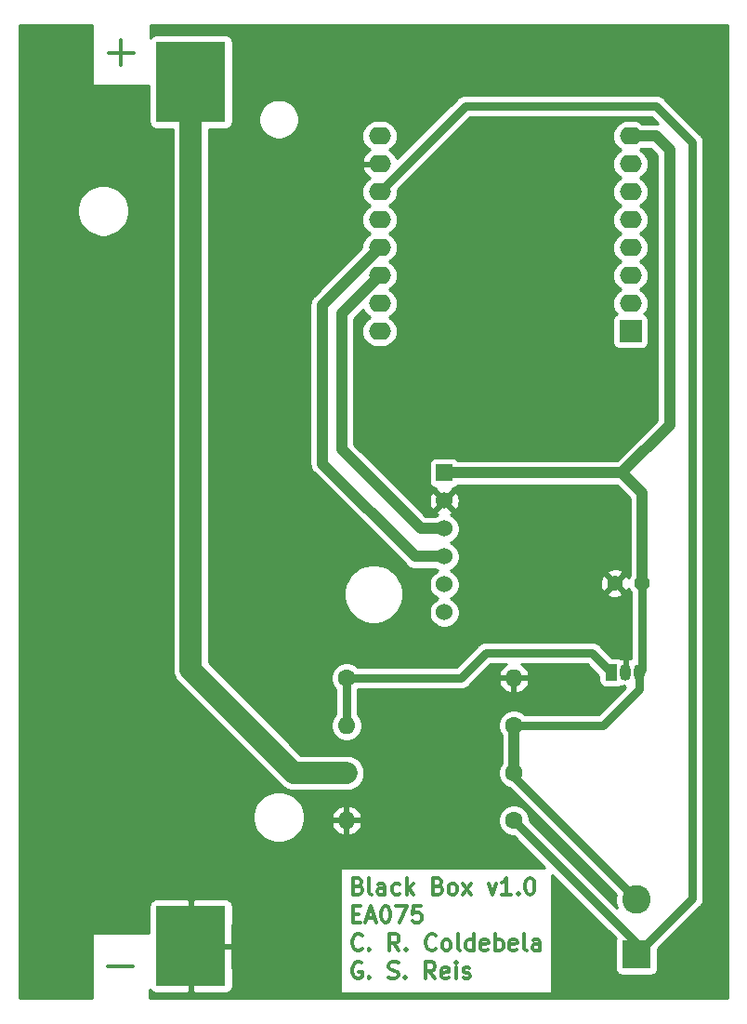
<source format=gbr>
%TF.GenerationSoftware,KiCad,Pcbnew,5.1.12-84ad8e8a86~92~ubuntu16.04.1*%
%TF.CreationDate,2023-10-16T18:07:55-03:00*%
%TF.ProjectId,BlackBox,426c6163-6b42-46f7-982e-6b696361645f,rev?*%
%TF.SameCoordinates,Original*%
%TF.FileFunction,Copper,L1,Top*%
%TF.FilePolarity,Positive*%
%FSLAX46Y46*%
G04 Gerber Fmt 4.6, Leading zero omitted, Abs format (unit mm)*
G04 Created by KiCad (PCBNEW 5.1.12-84ad8e8a86~92~ubuntu16.04.1) date 2023-10-16 18:07:55*
%MOMM*%
%LPD*%
G01*
G04 APERTURE LIST*
%TA.AperFunction,NonConductor*%
%ADD10C,0.300000*%
%TD*%
%TA.AperFunction,ComponentPad*%
%ADD11R,1.050000X1.500000*%
%TD*%
%TA.AperFunction,ComponentPad*%
%ADD12O,1.050000X1.500000*%
%TD*%
%TA.AperFunction,ComponentPad*%
%ADD13O,1.600000X1.600000*%
%TD*%
%TA.AperFunction,ComponentPad*%
%ADD14C,1.600000*%
%TD*%
%TA.AperFunction,ComponentPad*%
%ADD15R,1.524000X1.524000*%
%TD*%
%TA.AperFunction,ComponentPad*%
%ADD16C,1.524000*%
%TD*%
%TA.AperFunction,SMDPad,CuDef*%
%ADD17R,6.350000X7.340000*%
%TD*%
%TA.AperFunction,ComponentPad*%
%ADD18C,1.400000*%
%TD*%
%TA.AperFunction,ComponentPad*%
%ADD19R,2.600000X2.600000*%
%TD*%
%TA.AperFunction,ComponentPad*%
%ADD20C,2.600000*%
%TD*%
%TA.AperFunction,ComponentPad*%
%ADD21O,2.000000X1.600000*%
%TD*%
%TA.AperFunction,ComponentPad*%
%ADD22R,2.000000X2.000000*%
%TD*%
%TA.AperFunction,Conductor*%
%ADD23C,1.000000*%
%TD*%
%TA.AperFunction,Conductor*%
%ADD24C,0.800000*%
%TD*%
%TA.AperFunction,Conductor*%
%ADD25C,2.000000*%
%TD*%
%TA.AperFunction,Conductor*%
%ADD26C,0.254000*%
%TD*%
%TA.AperFunction,Conductor*%
%ADD27C,0.100000*%
%TD*%
G04 APERTURE END LIST*
D10*
X108817142Y-146394285D02*
X111102857Y-146394285D01*
X108857142Y-63234285D02*
X111142857Y-63234285D01*
X110000000Y-64377142D02*
X110000000Y-62091428D01*
X131608142Y-139069857D02*
X131822428Y-139141285D01*
X131893857Y-139212714D01*
X131965285Y-139355571D01*
X131965285Y-139569857D01*
X131893857Y-139712714D01*
X131822428Y-139784142D01*
X131679571Y-139855571D01*
X131108142Y-139855571D01*
X131108142Y-138355571D01*
X131608142Y-138355571D01*
X131751000Y-138427000D01*
X131822428Y-138498428D01*
X131893857Y-138641285D01*
X131893857Y-138784142D01*
X131822428Y-138927000D01*
X131751000Y-138998428D01*
X131608142Y-139069857D01*
X131108142Y-139069857D01*
X132822428Y-139855571D02*
X132679571Y-139784142D01*
X132608142Y-139641285D01*
X132608142Y-138355571D01*
X134036714Y-139855571D02*
X134036714Y-139069857D01*
X133965285Y-138927000D01*
X133822428Y-138855571D01*
X133536714Y-138855571D01*
X133393857Y-138927000D01*
X134036714Y-139784142D02*
X133893857Y-139855571D01*
X133536714Y-139855571D01*
X133393857Y-139784142D01*
X133322428Y-139641285D01*
X133322428Y-139498428D01*
X133393857Y-139355571D01*
X133536714Y-139284142D01*
X133893857Y-139284142D01*
X134036714Y-139212714D01*
X135393857Y-139784142D02*
X135251000Y-139855571D01*
X134965285Y-139855571D01*
X134822428Y-139784142D01*
X134751000Y-139712714D01*
X134679571Y-139569857D01*
X134679571Y-139141285D01*
X134751000Y-138998428D01*
X134822428Y-138927000D01*
X134965285Y-138855571D01*
X135251000Y-138855571D01*
X135393857Y-138927000D01*
X136036714Y-139855571D02*
X136036714Y-138355571D01*
X136179571Y-139284142D02*
X136608142Y-139855571D01*
X136608142Y-138855571D02*
X136036714Y-139427000D01*
X138893857Y-139069857D02*
X139108142Y-139141285D01*
X139179571Y-139212714D01*
X139251000Y-139355571D01*
X139251000Y-139569857D01*
X139179571Y-139712714D01*
X139108142Y-139784142D01*
X138965285Y-139855571D01*
X138393857Y-139855571D01*
X138393857Y-138355571D01*
X138893857Y-138355571D01*
X139036714Y-138427000D01*
X139108142Y-138498428D01*
X139179571Y-138641285D01*
X139179571Y-138784142D01*
X139108142Y-138927000D01*
X139036714Y-138998428D01*
X138893857Y-139069857D01*
X138393857Y-139069857D01*
X140108142Y-139855571D02*
X139965285Y-139784142D01*
X139893857Y-139712714D01*
X139822428Y-139569857D01*
X139822428Y-139141285D01*
X139893857Y-138998428D01*
X139965285Y-138927000D01*
X140108142Y-138855571D01*
X140322428Y-138855571D01*
X140465285Y-138927000D01*
X140536714Y-138998428D01*
X140608142Y-139141285D01*
X140608142Y-139569857D01*
X140536714Y-139712714D01*
X140465285Y-139784142D01*
X140322428Y-139855571D01*
X140108142Y-139855571D01*
X141108142Y-139855571D02*
X141893857Y-138855571D01*
X141108142Y-138855571D02*
X141893857Y-139855571D01*
X143465285Y-138855571D02*
X143822428Y-139855571D01*
X144179571Y-138855571D01*
X145536714Y-139855571D02*
X144679571Y-139855571D01*
X145108142Y-139855571D02*
X145108142Y-138355571D01*
X144965285Y-138569857D01*
X144822428Y-138712714D01*
X144679571Y-138784142D01*
X146179571Y-139712714D02*
X146251000Y-139784142D01*
X146179571Y-139855571D01*
X146108142Y-139784142D01*
X146179571Y-139712714D01*
X146179571Y-139855571D01*
X147179571Y-138355571D02*
X147322428Y-138355571D01*
X147465285Y-138427000D01*
X147536714Y-138498428D01*
X147608142Y-138641285D01*
X147679571Y-138927000D01*
X147679571Y-139284142D01*
X147608142Y-139569857D01*
X147536714Y-139712714D01*
X147465285Y-139784142D01*
X147322428Y-139855571D01*
X147179571Y-139855571D01*
X147036714Y-139784142D01*
X146965285Y-139712714D01*
X146893857Y-139569857D01*
X146822428Y-139284142D01*
X146822428Y-138927000D01*
X146893857Y-138641285D01*
X146965285Y-138498428D01*
X147036714Y-138427000D01*
X147179571Y-138355571D01*
X131108142Y-141619857D02*
X131608142Y-141619857D01*
X131822428Y-142405571D02*
X131108142Y-142405571D01*
X131108142Y-140905571D01*
X131822428Y-140905571D01*
X132393857Y-141977000D02*
X133108142Y-141977000D01*
X132251000Y-142405571D02*
X132751000Y-140905571D01*
X133251000Y-142405571D01*
X134036714Y-140905571D02*
X134179571Y-140905571D01*
X134322428Y-140977000D01*
X134393857Y-141048428D01*
X134465285Y-141191285D01*
X134536714Y-141477000D01*
X134536714Y-141834142D01*
X134465285Y-142119857D01*
X134393857Y-142262714D01*
X134322428Y-142334142D01*
X134179571Y-142405571D01*
X134036714Y-142405571D01*
X133893857Y-142334142D01*
X133822428Y-142262714D01*
X133751000Y-142119857D01*
X133679571Y-141834142D01*
X133679571Y-141477000D01*
X133751000Y-141191285D01*
X133822428Y-141048428D01*
X133893857Y-140977000D01*
X134036714Y-140905571D01*
X135036714Y-140905571D02*
X136036714Y-140905571D01*
X135393857Y-142405571D01*
X137322428Y-140905571D02*
X136608142Y-140905571D01*
X136536714Y-141619857D01*
X136608142Y-141548428D01*
X136751000Y-141477000D01*
X137108142Y-141477000D01*
X137251000Y-141548428D01*
X137322428Y-141619857D01*
X137393857Y-141762714D01*
X137393857Y-142119857D01*
X137322428Y-142262714D01*
X137251000Y-142334142D01*
X137108142Y-142405571D01*
X136751000Y-142405571D01*
X136608142Y-142334142D01*
X136536714Y-142262714D01*
X131965285Y-144812714D02*
X131893857Y-144884142D01*
X131679571Y-144955571D01*
X131536714Y-144955571D01*
X131322428Y-144884142D01*
X131179571Y-144741285D01*
X131108142Y-144598428D01*
X131036714Y-144312714D01*
X131036714Y-144098428D01*
X131108142Y-143812714D01*
X131179571Y-143669857D01*
X131322428Y-143527000D01*
X131536714Y-143455571D01*
X131679571Y-143455571D01*
X131893857Y-143527000D01*
X131965285Y-143598428D01*
X132608142Y-144812714D02*
X132679571Y-144884142D01*
X132608142Y-144955571D01*
X132536714Y-144884142D01*
X132608142Y-144812714D01*
X132608142Y-144955571D01*
X135322428Y-144955571D02*
X134822428Y-144241285D01*
X134465285Y-144955571D02*
X134465285Y-143455571D01*
X135036714Y-143455571D01*
X135179571Y-143527000D01*
X135251000Y-143598428D01*
X135322428Y-143741285D01*
X135322428Y-143955571D01*
X135251000Y-144098428D01*
X135179571Y-144169857D01*
X135036714Y-144241285D01*
X134465285Y-144241285D01*
X135965285Y-144812714D02*
X136036714Y-144884142D01*
X135965285Y-144955571D01*
X135893857Y-144884142D01*
X135965285Y-144812714D01*
X135965285Y-144955571D01*
X138679571Y-144812714D02*
X138608142Y-144884142D01*
X138393857Y-144955571D01*
X138251000Y-144955571D01*
X138036714Y-144884142D01*
X137893857Y-144741285D01*
X137822428Y-144598428D01*
X137751000Y-144312714D01*
X137751000Y-144098428D01*
X137822428Y-143812714D01*
X137893857Y-143669857D01*
X138036714Y-143527000D01*
X138251000Y-143455571D01*
X138393857Y-143455571D01*
X138608142Y-143527000D01*
X138679571Y-143598428D01*
X139536714Y-144955571D02*
X139393857Y-144884142D01*
X139322428Y-144812714D01*
X139251000Y-144669857D01*
X139251000Y-144241285D01*
X139322428Y-144098428D01*
X139393857Y-144027000D01*
X139536714Y-143955571D01*
X139751000Y-143955571D01*
X139893857Y-144027000D01*
X139965285Y-144098428D01*
X140036714Y-144241285D01*
X140036714Y-144669857D01*
X139965285Y-144812714D01*
X139893857Y-144884142D01*
X139751000Y-144955571D01*
X139536714Y-144955571D01*
X140893857Y-144955571D02*
X140751000Y-144884142D01*
X140679571Y-144741285D01*
X140679571Y-143455571D01*
X142108142Y-144955571D02*
X142108142Y-143455571D01*
X142108142Y-144884142D02*
X141965285Y-144955571D01*
X141679571Y-144955571D01*
X141536714Y-144884142D01*
X141465285Y-144812714D01*
X141393857Y-144669857D01*
X141393857Y-144241285D01*
X141465285Y-144098428D01*
X141536714Y-144027000D01*
X141679571Y-143955571D01*
X141965285Y-143955571D01*
X142108142Y-144027000D01*
X143393857Y-144884142D02*
X143251000Y-144955571D01*
X142965285Y-144955571D01*
X142822428Y-144884142D01*
X142751000Y-144741285D01*
X142751000Y-144169857D01*
X142822428Y-144027000D01*
X142965285Y-143955571D01*
X143251000Y-143955571D01*
X143393857Y-144027000D01*
X143465285Y-144169857D01*
X143465285Y-144312714D01*
X142751000Y-144455571D01*
X144108142Y-144955571D02*
X144108142Y-143455571D01*
X144108142Y-144027000D02*
X144251000Y-143955571D01*
X144536714Y-143955571D01*
X144679571Y-144027000D01*
X144751000Y-144098428D01*
X144822428Y-144241285D01*
X144822428Y-144669857D01*
X144751000Y-144812714D01*
X144679571Y-144884142D01*
X144536714Y-144955571D01*
X144251000Y-144955571D01*
X144108142Y-144884142D01*
X146036714Y-144884142D02*
X145893857Y-144955571D01*
X145608142Y-144955571D01*
X145465285Y-144884142D01*
X145393857Y-144741285D01*
X145393857Y-144169857D01*
X145465285Y-144027000D01*
X145608142Y-143955571D01*
X145893857Y-143955571D01*
X146036714Y-144027000D01*
X146108142Y-144169857D01*
X146108142Y-144312714D01*
X145393857Y-144455571D01*
X146965285Y-144955571D02*
X146822428Y-144884142D01*
X146751000Y-144741285D01*
X146751000Y-143455571D01*
X148179571Y-144955571D02*
X148179571Y-144169857D01*
X148108142Y-144027000D01*
X147965285Y-143955571D01*
X147679571Y-143955571D01*
X147536714Y-144027000D01*
X148179571Y-144884142D02*
X148036714Y-144955571D01*
X147679571Y-144955571D01*
X147536714Y-144884142D01*
X147465285Y-144741285D01*
X147465285Y-144598428D01*
X147536714Y-144455571D01*
X147679571Y-144384142D01*
X148036714Y-144384142D01*
X148179571Y-144312714D01*
X131893857Y-146077000D02*
X131751000Y-146005571D01*
X131536714Y-146005571D01*
X131322428Y-146077000D01*
X131179571Y-146219857D01*
X131108142Y-146362714D01*
X131036714Y-146648428D01*
X131036714Y-146862714D01*
X131108142Y-147148428D01*
X131179571Y-147291285D01*
X131322428Y-147434142D01*
X131536714Y-147505571D01*
X131679571Y-147505571D01*
X131893857Y-147434142D01*
X131965285Y-147362714D01*
X131965285Y-146862714D01*
X131679571Y-146862714D01*
X132608142Y-147362714D02*
X132679571Y-147434142D01*
X132608142Y-147505571D01*
X132536714Y-147434142D01*
X132608142Y-147362714D01*
X132608142Y-147505571D01*
X134393857Y-147434142D02*
X134608142Y-147505571D01*
X134965285Y-147505571D01*
X135108142Y-147434142D01*
X135179571Y-147362714D01*
X135251000Y-147219857D01*
X135251000Y-147077000D01*
X135179571Y-146934142D01*
X135108142Y-146862714D01*
X134965285Y-146791285D01*
X134679571Y-146719857D01*
X134536714Y-146648428D01*
X134465285Y-146577000D01*
X134393857Y-146434142D01*
X134393857Y-146291285D01*
X134465285Y-146148428D01*
X134536714Y-146077000D01*
X134679571Y-146005571D01*
X135036714Y-146005571D01*
X135251000Y-146077000D01*
X135893857Y-147362714D02*
X135965285Y-147434142D01*
X135893857Y-147505571D01*
X135822428Y-147434142D01*
X135893857Y-147362714D01*
X135893857Y-147505571D01*
X138608142Y-147505571D02*
X138108142Y-146791285D01*
X137751000Y-147505571D02*
X137751000Y-146005571D01*
X138322428Y-146005571D01*
X138465285Y-146077000D01*
X138536714Y-146148428D01*
X138608142Y-146291285D01*
X138608142Y-146505571D01*
X138536714Y-146648428D01*
X138465285Y-146719857D01*
X138322428Y-146791285D01*
X137751000Y-146791285D01*
X139822428Y-147434142D02*
X139679571Y-147505571D01*
X139393857Y-147505571D01*
X139251000Y-147434142D01*
X139179571Y-147291285D01*
X139179571Y-146719857D01*
X139251000Y-146577000D01*
X139393857Y-146505571D01*
X139679571Y-146505571D01*
X139822428Y-146577000D01*
X139893857Y-146719857D01*
X139893857Y-146862714D01*
X139179571Y-147005571D01*
X140536714Y-147505571D02*
X140536714Y-146505571D01*
X140536714Y-146005571D02*
X140465285Y-146077000D01*
X140536714Y-146148428D01*
X140608142Y-146077000D01*
X140536714Y-146005571D01*
X140536714Y-146148428D01*
X141179571Y-147434142D02*
X141322428Y-147505571D01*
X141608142Y-147505571D01*
X141751000Y-147434142D01*
X141822428Y-147291285D01*
X141822428Y-147219857D01*
X141751000Y-147077000D01*
X141608142Y-147005571D01*
X141393857Y-147005571D01*
X141251000Y-146934142D01*
X141179571Y-146791285D01*
X141179571Y-146719857D01*
X141251000Y-146577000D01*
X141393857Y-146505571D01*
X141608142Y-146505571D01*
X141751000Y-146577000D01*
D11*
%TO.P,U2,1*%
%TO.N,Net-(R2-Pad2)*%
X154686000Y-119634000D03*
D12*
%TO.P,U2,3*%
%TO.N,+3V3*%
X157226000Y-119634000D03*
%TO.P,U2,2*%
%TO.N,GND*%
X155956000Y-119634000D03*
%TD*%
D13*
%TO.P,R3,2*%
%TO.N,GND*%
X145780000Y-120142000D03*
D14*
%TO.P,R3,1*%
%TO.N,Net-(R2-Pad2)*%
X130540000Y-120142000D03*
%TD*%
D13*
%TO.P,R2,2*%
%TO.N,Net-(R2-Pad2)*%
X130540000Y-124460000D03*
D14*
%TO.P,R2,1*%
%TO.N,+3V3*%
X145780000Y-124460000D03*
%TD*%
D13*
%TO.P,R1,2*%
%TO.N,Net-(BT1-Pad1)*%
X130540000Y-128778000D03*
D14*
%TO.P,R1,1*%
%TO.N,+3V3*%
X145780000Y-128778000D03*
%TD*%
D15*
%TO.P,A1,1*%
%TO.N,+3V3*%
X139440000Y-101470000D03*
D16*
%TO.P,A1,2*%
%TO.N,GND*%
X139440000Y-104010000D03*
%TO.P,A1,3*%
%TO.N,SCL*%
X139440000Y-106550000D03*
%TO.P,A1,4*%
%TO.N,SDA*%
X139440000Y-109090000D03*
%TO.P,A1,5*%
%TO.N,Net-(A1-Pad5)*%
X139440000Y-111630000D03*
%TO.P,A1,6*%
%TO.N,Net-(A1-Pad6)*%
X139440000Y-114170000D03*
%TD*%
D17*
%TO.P,BT1,1*%
%TO.N,Net-(BT1-Pad1)*%
X116360000Y-65880000D03*
%TO.P,BT1,2*%
%TO.N,GND*%
X116360000Y-144540000D03*
%TD*%
D18*
%TO.P,C1,1*%
%TO.N,+3V3*%
X157480000Y-111506000D03*
%TO.P,C1,2*%
%TO.N,GND*%
X154980000Y-111506000D03*
%TD*%
D14*
%TO.P,R4,1*%
%TO.N,RBF_switch*%
X145780000Y-133096000D03*
D13*
%TO.P,R4,2*%
%TO.N,GND*%
X130540000Y-133096000D03*
%TD*%
D19*
%TO.P,SW1,1*%
%TO.N,RBF_switch*%
X156972000Y-145288000D03*
D20*
%TO.P,SW1,2*%
%TO.N,+3V3*%
X156972000Y-140288000D03*
%TD*%
D21*
%TO.P,U1,2*%
%TO.N,Net-(U1-Pad2)*%
X156410000Y-86030000D03*
D22*
%TO.P,U1,1*%
%TO.N,Net-(U1-Pad1)*%
X156410000Y-88570000D03*
D21*
%TO.P,U1,3*%
%TO.N,Net-(U1-Pad3)*%
X156410000Y-83490000D03*
%TO.P,U1,4*%
%TO.N,Net-(U1-Pad4)*%
X156410000Y-80950000D03*
%TO.P,U1,5*%
%TO.N,Net-(U1-Pad5)*%
X156410000Y-78410000D03*
%TO.P,U1,6*%
%TO.N,Net-(U1-Pad6)*%
X156410000Y-75870000D03*
%TO.P,U1,7*%
%TO.N,Net-(U1-Pad7)*%
X156410000Y-73330000D03*
%TO.P,U1,8*%
%TO.N,+3V3*%
X156410000Y-70790000D03*
%TO.P,U1,9*%
%TO.N,Net-(U1-Pad9)*%
X133550000Y-70790000D03*
%TO.P,U1,10*%
%TO.N,GND*%
X133550000Y-73330000D03*
%TO.P,U1,11*%
%TO.N,RBF_switch*%
X133550000Y-75870000D03*
%TO.P,U1,12*%
%TO.N,Net-(U1-Pad12)*%
X133550000Y-78410000D03*
%TO.P,U1,13*%
%TO.N,SDA*%
X133550000Y-80950000D03*
%TO.P,U1,14*%
%TO.N,SCL*%
X133550000Y-83490000D03*
%TO.P,U1,15*%
%TO.N,Net-(U1-Pad15)*%
X133550000Y-86030000D03*
%TO.P,U1,16*%
%TO.N,Net-(U1-Pad16)*%
X133550000Y-88570000D03*
%TD*%
D23*
%TO.N,+3V3*%
X156410000Y-70790000D02*
X158720000Y-70790000D01*
X158720000Y-70790000D02*
X159980000Y-72050000D01*
X155630000Y-101470000D02*
X159980000Y-97120000D01*
X139440000Y-101470000D02*
X155630000Y-101470000D01*
X159980000Y-72050000D02*
X159980000Y-97120000D01*
X145780000Y-124468000D02*
X145780000Y-128794000D01*
D24*
X153942000Y-124468000D02*
X145780000Y-124468000D01*
X157226000Y-121184000D02*
X153942000Y-124468000D01*
X157226000Y-119634000D02*
X157226000Y-121184000D01*
X157480000Y-119380000D02*
X157226000Y-119634000D01*
X157480000Y-111506000D02*
X157480000Y-119380000D01*
D23*
X157480000Y-103320000D02*
X155630000Y-101470000D01*
X157480000Y-111506000D02*
X157480000Y-103320000D01*
D24*
X145780000Y-129096000D02*
X145780000Y-128778000D01*
X156972000Y-140288000D02*
X145780000Y-129096000D01*
D23*
%TO.N,SCL*%
X130080000Y-99330000D02*
X130080000Y-86960000D01*
X130540000Y-86500000D02*
X133550000Y-83490000D01*
X139440000Y-106550000D02*
X137300000Y-106550000D01*
X137300000Y-106550000D02*
X130080000Y-99330000D01*
X130080000Y-86960000D02*
X130540000Y-86500000D01*
%TO.N,SDA*%
X139440000Y-109090000D02*
X136790000Y-109090000D01*
X136790000Y-109090000D02*
X128330000Y-100630000D01*
X128330000Y-86170000D02*
X133550000Y-80950000D01*
X128330000Y-100630000D02*
X128330000Y-86170000D01*
D25*
%TO.N,Net-(BT1-Pad1)*%
X130540000Y-128794000D02*
X125746000Y-128794000D01*
X116360000Y-119408000D02*
X116360000Y-65880000D01*
X125746000Y-128794000D02*
X116360000Y-119408000D01*
D24*
%TO.N,RBF_switch*%
X141348000Y-68072000D02*
X133550000Y-75870000D01*
X158750000Y-68072000D02*
X141348000Y-68072000D01*
X162052000Y-71374000D02*
X158750000Y-68072000D01*
X156972000Y-144288000D02*
X156972000Y-145288000D01*
X145780000Y-133096000D02*
X156972000Y-144288000D01*
X162052000Y-140208000D02*
X162052000Y-118872000D01*
X156972000Y-145288000D02*
X162052000Y-140208000D01*
X162052000Y-118872000D02*
X162052000Y-71374000D01*
X162052000Y-120396000D02*
X162052000Y-118872000D01*
%TO.N,Net-(R2-Pad2)*%
X130540000Y-120142000D02*
X140970000Y-120142000D01*
X140970000Y-120142000D02*
X143256000Y-117856000D01*
X152908000Y-117856000D02*
X154686000Y-119634000D01*
X143256000Y-117856000D02*
X152908000Y-117856000D01*
X130540000Y-124468000D02*
X130540000Y-120142000D01*
%TD*%
D26*
%TO.N,GND*%
X107357857Y-66220000D02*
X112546928Y-66220000D01*
X112546928Y-69550000D01*
X112559188Y-69674482D01*
X112595498Y-69794180D01*
X112654463Y-69904494D01*
X112733815Y-70001185D01*
X112830506Y-70080537D01*
X112940820Y-70139502D01*
X113060518Y-70175812D01*
X113185000Y-70188072D01*
X114725001Y-70188072D01*
X114725000Y-119327681D01*
X114717089Y-119408000D01*
X114725000Y-119488319D01*
X114725000Y-119488321D01*
X114748657Y-119728515D01*
X114842148Y-120036714D01*
X114993969Y-120320751D01*
X115198286Y-120569714D01*
X115260687Y-120620925D01*
X124533080Y-129893319D01*
X124584286Y-129955714D01*
X124833248Y-130160031D01*
X125117285Y-130311852D01*
X125425484Y-130405343D01*
X125665678Y-130429000D01*
X125665679Y-130429000D01*
X125745999Y-130436911D01*
X125826319Y-130429000D01*
X130620322Y-130429000D01*
X130860516Y-130405343D01*
X131168715Y-130311852D01*
X131452752Y-130160031D01*
X131701714Y-129955714D01*
X131906031Y-129706752D01*
X132057852Y-129422715D01*
X132151343Y-129114516D01*
X132182911Y-128794000D01*
X132151343Y-128473484D01*
X132057852Y-128165285D01*
X131906031Y-127881248D01*
X131701714Y-127632286D01*
X131452752Y-127427969D01*
X131168715Y-127276148D01*
X130860516Y-127182657D01*
X130620322Y-127159000D01*
X126423239Y-127159000D01*
X117995000Y-118730762D01*
X117995000Y-112232413D01*
X130283146Y-112232413D01*
X130283146Y-112767587D01*
X130387553Y-113292477D01*
X130592355Y-113786913D01*
X130889681Y-114231894D01*
X131268106Y-114610319D01*
X131713087Y-114907645D01*
X132207523Y-115112447D01*
X132732413Y-115216854D01*
X133267587Y-115216854D01*
X133792477Y-115112447D01*
X134286913Y-114907645D01*
X134731894Y-114610319D01*
X135110319Y-114231894D01*
X135407645Y-113786913D01*
X135612447Y-113292477D01*
X135716854Y-112767587D01*
X135716854Y-112232413D01*
X135612447Y-111707523D01*
X135407645Y-111213087D01*
X135110319Y-110768106D01*
X134731894Y-110389681D01*
X134286913Y-110092355D01*
X133792477Y-109887553D01*
X133267587Y-109783146D01*
X132732413Y-109783146D01*
X132207523Y-109887553D01*
X131713087Y-110092355D01*
X131268106Y-110389681D01*
X130889681Y-110768106D01*
X130592355Y-111213087D01*
X130387553Y-111707523D01*
X130283146Y-112232413D01*
X117995000Y-112232413D01*
X117995000Y-86170000D01*
X127189509Y-86170000D01*
X127195001Y-86225761D01*
X127195000Y-100574249D01*
X127189509Y-100630000D01*
X127195000Y-100685751D01*
X127211423Y-100852498D01*
X127276324Y-101066446D01*
X127381716Y-101263623D01*
X127523551Y-101436449D01*
X127566865Y-101471996D01*
X135948009Y-109853141D01*
X135983551Y-109896449D01*
X136086010Y-109980535D01*
X136156377Y-110038284D01*
X136353553Y-110143676D01*
X136567501Y-110208577D01*
X136790000Y-110230491D01*
X136845752Y-110225000D01*
X138624116Y-110225000D01*
X138778273Y-110328005D01*
X138855515Y-110360000D01*
X138778273Y-110391995D01*
X138549465Y-110544880D01*
X138354880Y-110739465D01*
X138201995Y-110968273D01*
X138096686Y-111222510D01*
X138043000Y-111492408D01*
X138043000Y-111767592D01*
X138096686Y-112037490D01*
X138201995Y-112291727D01*
X138354880Y-112520535D01*
X138549465Y-112715120D01*
X138778273Y-112868005D01*
X138855515Y-112900000D01*
X138778273Y-112931995D01*
X138549465Y-113084880D01*
X138354880Y-113279465D01*
X138201995Y-113508273D01*
X138096686Y-113762510D01*
X138043000Y-114032408D01*
X138043000Y-114307592D01*
X138096686Y-114577490D01*
X138201995Y-114831727D01*
X138354880Y-115060535D01*
X138549465Y-115255120D01*
X138778273Y-115408005D01*
X139032510Y-115513314D01*
X139302408Y-115567000D01*
X139577592Y-115567000D01*
X139847490Y-115513314D01*
X140101727Y-115408005D01*
X140330535Y-115255120D01*
X140525120Y-115060535D01*
X140678005Y-114831727D01*
X140783314Y-114577490D01*
X140837000Y-114307592D01*
X140837000Y-114032408D01*
X140783314Y-113762510D01*
X140678005Y-113508273D01*
X140525120Y-113279465D01*
X140330535Y-113084880D01*
X140101727Y-112931995D01*
X140024485Y-112900000D01*
X140101727Y-112868005D01*
X140330535Y-112715120D01*
X140525120Y-112520535D01*
X140587438Y-112427269D01*
X154238336Y-112427269D01*
X154297797Y-112661037D01*
X154536242Y-112771934D01*
X154791740Y-112834183D01*
X155054473Y-112845390D01*
X155314344Y-112805125D01*
X155561366Y-112714935D01*
X155662203Y-112661037D01*
X155721664Y-112427269D01*
X154980000Y-111685605D01*
X154238336Y-112427269D01*
X140587438Y-112427269D01*
X140678005Y-112291727D01*
X140783314Y-112037490D01*
X140837000Y-111767592D01*
X140837000Y-111580473D01*
X153640610Y-111580473D01*
X153680875Y-111840344D01*
X153771065Y-112087366D01*
X153824963Y-112188203D01*
X154058731Y-112247664D01*
X154800395Y-111506000D01*
X154058731Y-110764336D01*
X153824963Y-110823797D01*
X153714066Y-111062242D01*
X153651817Y-111317740D01*
X153640610Y-111580473D01*
X140837000Y-111580473D01*
X140837000Y-111492408D01*
X140783314Y-111222510D01*
X140678005Y-110968273D01*
X140525120Y-110739465D01*
X140370386Y-110584731D01*
X154238336Y-110584731D01*
X154980000Y-111326395D01*
X155721664Y-110584731D01*
X155662203Y-110350963D01*
X155423758Y-110240066D01*
X155168260Y-110177817D01*
X154905527Y-110166610D01*
X154645656Y-110206875D01*
X154398634Y-110297065D01*
X154297797Y-110350963D01*
X154238336Y-110584731D01*
X140370386Y-110584731D01*
X140330535Y-110544880D01*
X140101727Y-110391995D01*
X140024485Y-110360000D01*
X140101727Y-110328005D01*
X140330535Y-110175120D01*
X140525120Y-109980535D01*
X140678005Y-109751727D01*
X140783314Y-109497490D01*
X140837000Y-109227592D01*
X140837000Y-108952408D01*
X140783314Y-108682510D01*
X140678005Y-108428273D01*
X140525120Y-108199465D01*
X140330535Y-108004880D01*
X140101727Y-107851995D01*
X140024485Y-107820000D01*
X140101727Y-107788005D01*
X140330535Y-107635120D01*
X140525120Y-107440535D01*
X140678005Y-107211727D01*
X140783314Y-106957490D01*
X140837000Y-106687592D01*
X140837000Y-106412408D01*
X140783314Y-106142510D01*
X140678005Y-105888273D01*
X140525120Y-105659465D01*
X140330535Y-105464880D01*
X140101727Y-105311995D01*
X140030057Y-105282308D01*
X140043023Y-105277636D01*
X140158980Y-105215656D01*
X140225960Y-104975565D01*
X139440000Y-104189605D01*
X138654040Y-104975565D01*
X138721020Y-105215656D01*
X138856760Y-105279485D01*
X138778273Y-105311995D01*
X138624116Y-105415000D01*
X137770132Y-105415000D01*
X136437149Y-104082017D01*
X138038090Y-104082017D01*
X138079078Y-104354133D01*
X138172364Y-104613023D01*
X138234344Y-104728980D01*
X138474435Y-104795960D01*
X139260395Y-104010000D01*
X139619605Y-104010000D01*
X140405565Y-104795960D01*
X140645656Y-104728980D01*
X140762756Y-104479952D01*
X140829023Y-104212865D01*
X140841910Y-103937983D01*
X140800922Y-103665867D01*
X140707636Y-103406977D01*
X140645656Y-103291020D01*
X140405565Y-103224040D01*
X139619605Y-104010000D01*
X139260395Y-104010000D01*
X138474435Y-103224040D01*
X138234344Y-103291020D01*
X138117244Y-103540048D01*
X138050977Y-103807135D01*
X138038090Y-104082017D01*
X136437149Y-104082017D01*
X131215000Y-98859869D01*
X131215000Y-87430131D01*
X131381988Y-87263143D01*
X132033669Y-86611463D01*
X132151068Y-86831101D01*
X132330392Y-87049608D01*
X132548899Y-87228932D01*
X132681858Y-87300000D01*
X132548899Y-87371068D01*
X132330392Y-87550392D01*
X132151068Y-87768899D01*
X132017818Y-88018192D01*
X131935764Y-88288691D01*
X131908057Y-88570000D01*
X131935764Y-88851309D01*
X132017818Y-89121808D01*
X132151068Y-89371101D01*
X132330392Y-89589608D01*
X132548899Y-89768932D01*
X132798192Y-89902182D01*
X133068691Y-89984236D01*
X133279508Y-90005000D01*
X133820492Y-90005000D01*
X134031309Y-89984236D01*
X134301808Y-89902182D01*
X134551101Y-89768932D01*
X134769608Y-89589608D01*
X134948932Y-89371101D01*
X135082182Y-89121808D01*
X135164236Y-88851309D01*
X135191943Y-88570000D01*
X135164236Y-88288691D01*
X135082182Y-88018192D01*
X134948932Y-87768899D01*
X134769608Y-87550392D01*
X134551101Y-87371068D01*
X134418142Y-87300000D01*
X134551101Y-87228932D01*
X134769608Y-87049608D01*
X134948932Y-86831101D01*
X135082182Y-86581808D01*
X135164236Y-86311309D01*
X135191943Y-86030000D01*
X135164236Y-85748691D01*
X135082182Y-85478192D01*
X134948932Y-85228899D01*
X134769608Y-85010392D01*
X134551101Y-84831068D01*
X134418142Y-84760000D01*
X134551101Y-84688932D01*
X134769608Y-84509608D01*
X134948932Y-84291101D01*
X135082182Y-84041808D01*
X135164236Y-83771309D01*
X135191943Y-83490000D01*
X135164236Y-83208691D01*
X135082182Y-82938192D01*
X134948932Y-82688899D01*
X134769608Y-82470392D01*
X134551101Y-82291068D01*
X134418142Y-82220000D01*
X134551101Y-82148932D01*
X134769608Y-81969608D01*
X134948932Y-81751101D01*
X135082182Y-81501808D01*
X135164236Y-81231309D01*
X135191943Y-80950000D01*
X135164236Y-80668691D01*
X135082182Y-80398192D01*
X134948932Y-80148899D01*
X134769608Y-79930392D01*
X134551101Y-79751068D01*
X134418142Y-79680000D01*
X134551101Y-79608932D01*
X134769608Y-79429608D01*
X134948932Y-79211101D01*
X135082182Y-78961808D01*
X135164236Y-78691309D01*
X135191943Y-78410000D01*
X135164236Y-78128691D01*
X135082182Y-77858192D01*
X134948932Y-77608899D01*
X134769608Y-77390392D01*
X134551101Y-77211068D01*
X134418142Y-77140000D01*
X134551101Y-77068932D01*
X134769608Y-76889608D01*
X134948932Y-76671101D01*
X135082182Y-76421808D01*
X135164236Y-76151309D01*
X135191943Y-75870000D01*
X135175962Y-75707748D01*
X141776711Y-69107000D01*
X158321290Y-69107000D01*
X158879509Y-69665219D01*
X158775752Y-69655000D01*
X158775751Y-69655000D01*
X158720000Y-69649509D01*
X158664249Y-69655000D01*
X157489002Y-69655000D01*
X157411101Y-69591068D01*
X157161808Y-69457818D01*
X156891309Y-69375764D01*
X156680492Y-69355000D01*
X156139508Y-69355000D01*
X155928691Y-69375764D01*
X155658192Y-69457818D01*
X155408899Y-69591068D01*
X155190392Y-69770392D01*
X155011068Y-69988899D01*
X154877818Y-70238192D01*
X154795764Y-70508691D01*
X154768057Y-70790000D01*
X154795764Y-71071309D01*
X154877818Y-71341808D01*
X155011068Y-71591101D01*
X155190392Y-71809608D01*
X155408899Y-71988932D01*
X155541858Y-72060000D01*
X155408899Y-72131068D01*
X155190392Y-72310392D01*
X155011068Y-72528899D01*
X154877818Y-72778192D01*
X154795764Y-73048691D01*
X154768057Y-73330000D01*
X154795764Y-73611309D01*
X154877818Y-73881808D01*
X155011068Y-74131101D01*
X155190392Y-74349608D01*
X155408899Y-74528932D01*
X155541858Y-74600000D01*
X155408899Y-74671068D01*
X155190392Y-74850392D01*
X155011068Y-75068899D01*
X154877818Y-75318192D01*
X154795764Y-75588691D01*
X154768057Y-75870000D01*
X154795764Y-76151309D01*
X154877818Y-76421808D01*
X155011068Y-76671101D01*
X155190392Y-76889608D01*
X155408899Y-77068932D01*
X155541858Y-77140000D01*
X155408899Y-77211068D01*
X155190392Y-77390392D01*
X155011068Y-77608899D01*
X154877818Y-77858192D01*
X154795764Y-78128691D01*
X154768057Y-78410000D01*
X154795764Y-78691309D01*
X154877818Y-78961808D01*
X155011068Y-79211101D01*
X155190392Y-79429608D01*
X155408899Y-79608932D01*
X155541858Y-79680000D01*
X155408899Y-79751068D01*
X155190392Y-79930392D01*
X155011068Y-80148899D01*
X154877818Y-80398192D01*
X154795764Y-80668691D01*
X154768057Y-80950000D01*
X154795764Y-81231309D01*
X154877818Y-81501808D01*
X155011068Y-81751101D01*
X155190392Y-81969608D01*
X155408899Y-82148932D01*
X155541858Y-82220000D01*
X155408899Y-82291068D01*
X155190392Y-82470392D01*
X155011068Y-82688899D01*
X154877818Y-82938192D01*
X154795764Y-83208691D01*
X154768057Y-83490000D01*
X154795764Y-83771309D01*
X154877818Y-84041808D01*
X155011068Y-84291101D01*
X155190392Y-84509608D01*
X155408899Y-84688932D01*
X155541858Y-84760000D01*
X155408899Y-84831068D01*
X155190392Y-85010392D01*
X155011068Y-85228899D01*
X154877818Y-85478192D01*
X154795764Y-85748691D01*
X154768057Y-86030000D01*
X154795764Y-86311309D01*
X154877818Y-86581808D01*
X155011068Y-86831101D01*
X155143476Y-86992441D01*
X155055506Y-87039463D01*
X154958815Y-87118815D01*
X154879463Y-87215506D01*
X154820498Y-87325820D01*
X154784188Y-87445518D01*
X154771928Y-87570000D01*
X154771928Y-89570000D01*
X154784188Y-89694482D01*
X154820498Y-89814180D01*
X154879463Y-89924494D01*
X154958815Y-90021185D01*
X155055506Y-90100537D01*
X155165820Y-90159502D01*
X155285518Y-90195812D01*
X155410000Y-90208072D01*
X157410000Y-90208072D01*
X157534482Y-90195812D01*
X157654180Y-90159502D01*
X157764494Y-90100537D01*
X157861185Y-90021185D01*
X157940537Y-89924494D01*
X157999502Y-89814180D01*
X158035812Y-89694482D01*
X158048072Y-89570000D01*
X158048072Y-87570000D01*
X158035812Y-87445518D01*
X157999502Y-87325820D01*
X157940537Y-87215506D01*
X157861185Y-87118815D01*
X157764494Y-87039463D01*
X157676524Y-86992441D01*
X157808932Y-86831101D01*
X157942182Y-86581808D01*
X158024236Y-86311309D01*
X158051943Y-86030000D01*
X158024236Y-85748691D01*
X157942182Y-85478192D01*
X157808932Y-85228899D01*
X157629608Y-85010392D01*
X157411101Y-84831068D01*
X157278142Y-84760000D01*
X157411101Y-84688932D01*
X157629608Y-84509608D01*
X157808932Y-84291101D01*
X157942182Y-84041808D01*
X158024236Y-83771309D01*
X158051943Y-83490000D01*
X158024236Y-83208691D01*
X157942182Y-82938192D01*
X157808932Y-82688899D01*
X157629608Y-82470392D01*
X157411101Y-82291068D01*
X157278142Y-82220000D01*
X157411101Y-82148932D01*
X157629608Y-81969608D01*
X157808932Y-81751101D01*
X157942182Y-81501808D01*
X158024236Y-81231309D01*
X158051943Y-80950000D01*
X158024236Y-80668691D01*
X157942182Y-80398192D01*
X157808932Y-80148899D01*
X157629608Y-79930392D01*
X157411101Y-79751068D01*
X157278142Y-79680000D01*
X157411101Y-79608932D01*
X157629608Y-79429608D01*
X157808932Y-79211101D01*
X157942182Y-78961808D01*
X158024236Y-78691309D01*
X158051943Y-78410000D01*
X158024236Y-78128691D01*
X157942182Y-77858192D01*
X157808932Y-77608899D01*
X157629608Y-77390392D01*
X157411101Y-77211068D01*
X157278142Y-77140000D01*
X157411101Y-77068932D01*
X157629608Y-76889608D01*
X157808932Y-76671101D01*
X157942182Y-76421808D01*
X158024236Y-76151309D01*
X158051943Y-75870000D01*
X158024236Y-75588691D01*
X157942182Y-75318192D01*
X157808932Y-75068899D01*
X157629608Y-74850392D01*
X157411101Y-74671068D01*
X157278142Y-74600000D01*
X157411101Y-74528932D01*
X157629608Y-74349608D01*
X157808932Y-74131101D01*
X157942182Y-73881808D01*
X158024236Y-73611309D01*
X158051943Y-73330000D01*
X158024236Y-73048691D01*
X157942182Y-72778192D01*
X157808932Y-72528899D01*
X157629608Y-72310392D01*
X157411101Y-72131068D01*
X157278142Y-72060000D01*
X157411101Y-71988932D01*
X157489002Y-71925000D01*
X158249869Y-71925000D01*
X158845000Y-72520132D01*
X158845001Y-96649867D01*
X155159869Y-100335000D01*
X140717350Y-100335000D01*
X140653185Y-100256815D01*
X140556494Y-100177463D01*
X140446180Y-100118498D01*
X140326482Y-100082188D01*
X140202000Y-100069928D01*
X138678000Y-100069928D01*
X138553518Y-100082188D01*
X138433820Y-100118498D01*
X138323506Y-100177463D01*
X138226815Y-100256815D01*
X138147463Y-100353506D01*
X138088498Y-100463820D01*
X138052188Y-100583518D01*
X138039928Y-100708000D01*
X138039928Y-102232000D01*
X138052188Y-102356482D01*
X138088498Y-102476180D01*
X138147463Y-102586494D01*
X138226815Y-102683185D01*
X138323506Y-102762537D01*
X138433820Y-102821502D01*
X138553518Y-102857812D01*
X138678000Y-102870072D01*
X138702683Y-102870072D01*
X138654040Y-103044435D01*
X139440000Y-103830395D01*
X140225960Y-103044435D01*
X140177317Y-102870072D01*
X140202000Y-102870072D01*
X140326482Y-102857812D01*
X140446180Y-102821502D01*
X140556494Y-102762537D01*
X140653185Y-102683185D01*
X140717350Y-102605000D01*
X155159869Y-102605000D01*
X156345001Y-103790133D01*
X156345000Y-110801712D01*
X156296939Y-110873641D01*
X156229639Y-111036118D01*
X156188935Y-110924634D01*
X156135037Y-110823797D01*
X155901269Y-110764336D01*
X155159605Y-111506000D01*
X155901269Y-112247664D01*
X156135037Y-112188203D01*
X156231592Y-111980596D01*
X156296939Y-112138359D01*
X156443038Y-112357013D01*
X156445000Y-112358975D01*
X156445001Y-118352723D01*
X156323337Y-118298728D01*
X156261810Y-118290036D01*
X156083000Y-118415837D01*
X156083000Y-119180892D01*
X156082785Y-119181601D01*
X156066000Y-119352022D01*
X156066000Y-119781000D01*
X155849072Y-119781000D01*
X155849072Y-118884000D01*
X155836812Y-118759518D01*
X155829000Y-118733765D01*
X155829000Y-118415837D01*
X155650190Y-118290036D01*
X155588663Y-118298728D01*
X155520057Y-118329176D01*
X155455180Y-118294498D01*
X155335482Y-118258188D01*
X155211000Y-118245928D01*
X154761639Y-118245928D01*
X153675807Y-117160097D01*
X153643396Y-117120604D01*
X153485797Y-116991266D01*
X153305993Y-116895159D01*
X153110895Y-116835976D01*
X152958838Y-116821000D01*
X152958828Y-116821000D01*
X152908000Y-116815994D01*
X152857172Y-116821000D01*
X143306827Y-116821000D01*
X143255999Y-116815994D01*
X143205171Y-116821000D01*
X143205162Y-116821000D01*
X143053105Y-116835976D01*
X142858007Y-116895159D01*
X142774309Y-116939896D01*
X142678202Y-116991266D01*
X142560092Y-117088197D01*
X142520604Y-117120604D01*
X142488197Y-117160092D01*
X140541290Y-119107000D01*
X131534396Y-119107000D01*
X131454759Y-119027363D01*
X131219727Y-118870320D01*
X130958574Y-118762147D01*
X130681335Y-118707000D01*
X130398665Y-118707000D01*
X130121426Y-118762147D01*
X129860273Y-118870320D01*
X129625241Y-119027363D01*
X129425363Y-119227241D01*
X129268320Y-119462273D01*
X129160147Y-119723426D01*
X129105000Y-120000665D01*
X129105000Y-120283335D01*
X129160147Y-120560574D01*
X129268320Y-120821727D01*
X129425363Y-121056759D01*
X129505001Y-121136397D01*
X129505000Y-123465604D01*
X129425363Y-123545241D01*
X129268320Y-123780273D01*
X129160147Y-124041426D01*
X129105000Y-124318665D01*
X129105000Y-124601335D01*
X129160147Y-124878574D01*
X129268320Y-125139727D01*
X129425363Y-125374759D01*
X129625241Y-125574637D01*
X129860273Y-125731680D01*
X130121426Y-125839853D01*
X130398665Y-125895000D01*
X130681335Y-125895000D01*
X130958574Y-125839853D01*
X131219727Y-125731680D01*
X131454759Y-125574637D01*
X131654637Y-125374759D01*
X131811680Y-125139727D01*
X131919853Y-124878574D01*
X131975000Y-124601335D01*
X131975000Y-124318665D01*
X131919853Y-124041426D01*
X131811680Y-123780273D01*
X131654637Y-123545241D01*
X131575000Y-123465604D01*
X131575000Y-121177000D01*
X140919172Y-121177000D01*
X140970000Y-121182006D01*
X141020828Y-121177000D01*
X141020838Y-121177000D01*
X141172895Y-121162024D01*
X141367993Y-121102841D01*
X141547797Y-121006734D01*
X141705396Y-120877396D01*
X141737807Y-120837903D01*
X142084671Y-120491039D01*
X144388096Y-120491039D01*
X144428754Y-120625087D01*
X144548963Y-120879420D01*
X144716481Y-121105414D01*
X144924869Y-121294385D01*
X145166119Y-121439070D01*
X145430960Y-121533909D01*
X145653000Y-121412624D01*
X145653000Y-120269000D01*
X145907000Y-120269000D01*
X145907000Y-121412624D01*
X146129040Y-121533909D01*
X146393881Y-121439070D01*
X146635131Y-121294385D01*
X146843519Y-121105414D01*
X147011037Y-120879420D01*
X147131246Y-120625087D01*
X147171904Y-120491039D01*
X147049915Y-120269000D01*
X145907000Y-120269000D01*
X145653000Y-120269000D01*
X144510085Y-120269000D01*
X144388096Y-120491039D01*
X142084671Y-120491039D01*
X143684711Y-118891000D01*
X145089301Y-118891000D01*
X144924869Y-118989615D01*
X144716481Y-119178586D01*
X144548963Y-119404580D01*
X144428754Y-119658913D01*
X144388096Y-119792961D01*
X144510085Y-120015000D01*
X145653000Y-120015000D01*
X145653000Y-119995000D01*
X145907000Y-119995000D01*
X145907000Y-120015000D01*
X147049915Y-120015000D01*
X147171904Y-119792961D01*
X147131246Y-119658913D01*
X147011037Y-119404580D01*
X146843519Y-119178586D01*
X146635131Y-118989615D01*
X146470699Y-118891000D01*
X152479290Y-118891000D01*
X153522928Y-119934639D01*
X153522928Y-120384000D01*
X153535188Y-120508482D01*
X153571498Y-120628180D01*
X153630463Y-120738494D01*
X153709815Y-120835185D01*
X153806506Y-120914537D01*
X153916820Y-120973502D01*
X154036518Y-121009812D01*
X154161000Y-121022072D01*
X155211000Y-121022072D01*
X155335482Y-121009812D01*
X155455180Y-120973502D01*
X155520057Y-120938824D01*
X155588663Y-120969272D01*
X155650190Y-120977964D01*
X155828998Y-120852164D01*
X155828998Y-121019000D01*
X155927289Y-121019000D01*
X153513290Y-123433000D01*
X146782396Y-123433000D01*
X146694759Y-123345363D01*
X146459727Y-123188320D01*
X146198574Y-123080147D01*
X145921335Y-123025000D01*
X145638665Y-123025000D01*
X145361426Y-123080147D01*
X145100273Y-123188320D01*
X144865241Y-123345363D01*
X144665363Y-123545241D01*
X144508320Y-123780273D01*
X144400147Y-124041426D01*
X144345000Y-124318665D01*
X144345000Y-124601335D01*
X144400147Y-124878574D01*
X144508320Y-125139727D01*
X144645000Y-125344284D01*
X144645001Y-127893715D01*
X144508320Y-128098273D01*
X144400147Y-128359426D01*
X144345000Y-128636665D01*
X144345000Y-128919335D01*
X144400147Y-129196574D01*
X144508320Y-129457727D01*
X144665363Y-129692759D01*
X144865241Y-129892637D01*
X145100273Y-130049680D01*
X145361426Y-130157853D01*
X145382294Y-130162004D01*
X155083572Y-139863283D01*
X155037000Y-140097419D01*
X155037000Y-140478581D01*
X155111361Y-140852419D01*
X155190013Y-141042303D01*
X147215000Y-133067290D01*
X147215000Y-132954665D01*
X147159853Y-132677426D01*
X147051680Y-132416273D01*
X146894637Y-132181241D01*
X146694759Y-131981363D01*
X146459727Y-131824320D01*
X146198574Y-131716147D01*
X145921335Y-131661000D01*
X145638665Y-131661000D01*
X145361426Y-131716147D01*
X145100273Y-131824320D01*
X144865241Y-131981363D01*
X144665363Y-132181241D01*
X144508320Y-132416273D01*
X144400147Y-132677426D01*
X144345000Y-132954665D01*
X144345000Y-133237335D01*
X144400147Y-133514574D01*
X144508320Y-133775727D01*
X144665363Y-134010759D01*
X144865241Y-134210637D01*
X145100273Y-134367680D01*
X145361426Y-134475853D01*
X145638665Y-134531000D01*
X145751290Y-134531000D01*
X148607290Y-137387000D01*
X129921000Y-137387000D01*
X129921000Y-148857000D01*
X149276714Y-148857000D01*
X149276714Y-138056424D01*
X155054944Y-143834655D01*
X155046188Y-143863518D01*
X155033928Y-143988000D01*
X155033928Y-146588000D01*
X155046188Y-146712482D01*
X155082498Y-146832180D01*
X155141463Y-146942494D01*
X155220815Y-147039185D01*
X155317506Y-147118537D01*
X155427820Y-147177502D01*
X155547518Y-147213812D01*
X155672000Y-147226072D01*
X158272000Y-147226072D01*
X158396482Y-147213812D01*
X158516180Y-147177502D01*
X158626494Y-147118537D01*
X158723185Y-147039185D01*
X158802537Y-146942494D01*
X158861502Y-146832180D01*
X158897812Y-146712482D01*
X158910072Y-146588000D01*
X158910072Y-144813638D01*
X162747908Y-140975803D01*
X162787396Y-140943396D01*
X162819803Y-140903908D01*
X162916734Y-140785798D01*
X163012840Y-140605994D01*
X163012841Y-140605993D01*
X163072024Y-140410895D01*
X163087000Y-140258838D01*
X163087000Y-140258836D01*
X163092007Y-140208000D01*
X163087000Y-140157165D01*
X163087000Y-71424827D01*
X163092006Y-71373999D01*
X163087000Y-71323171D01*
X163087000Y-71323162D01*
X163072024Y-71171105D01*
X163012841Y-70976007D01*
X162968104Y-70892309D01*
X162916734Y-70796202D01*
X162819803Y-70678092D01*
X162787396Y-70638604D01*
X162747908Y-70606197D01*
X159517807Y-67376097D01*
X159485396Y-67336604D01*
X159327797Y-67207266D01*
X159147993Y-67111159D01*
X158952895Y-67051976D01*
X158800838Y-67037000D01*
X158800828Y-67037000D01*
X158750000Y-67031994D01*
X158699172Y-67037000D01*
X141398827Y-67037000D01*
X141347999Y-67031994D01*
X141297171Y-67037000D01*
X141297162Y-67037000D01*
X141145105Y-67051976D01*
X140950007Y-67111159D01*
X140866309Y-67155896D01*
X140770202Y-67207266D01*
X140652092Y-67304197D01*
X140612604Y-67336604D01*
X140580197Y-67376092D01*
X135103090Y-72853200D01*
X135025551Y-72661579D01*
X134870639Y-72425575D01*
X134672662Y-72224327D01*
X134439227Y-72065570D01*
X134421655Y-72058122D01*
X134551101Y-71988932D01*
X134769608Y-71809608D01*
X134948932Y-71591101D01*
X135082182Y-71341808D01*
X135164236Y-71071309D01*
X135191943Y-70790000D01*
X135164236Y-70508691D01*
X135082182Y-70238192D01*
X134948932Y-69988899D01*
X134769608Y-69770392D01*
X134551101Y-69591068D01*
X134301808Y-69457818D01*
X134031309Y-69375764D01*
X133820492Y-69355000D01*
X133279508Y-69355000D01*
X133068691Y-69375764D01*
X132798192Y-69457818D01*
X132548899Y-69591068D01*
X132330392Y-69770392D01*
X132151068Y-69988899D01*
X132017818Y-70238192D01*
X131935764Y-70508691D01*
X131908057Y-70790000D01*
X131935764Y-71071309D01*
X132017818Y-71341808D01*
X132151068Y-71591101D01*
X132330392Y-71809608D01*
X132548899Y-71988932D01*
X132678345Y-72058122D01*
X132660773Y-72065570D01*
X132427338Y-72224327D01*
X132229361Y-72425575D01*
X132074449Y-72661579D01*
X131968556Y-72923270D01*
X131958096Y-72980961D01*
X132080085Y-73203000D01*
X133423000Y-73203000D01*
X133423000Y-73183000D01*
X133677000Y-73183000D01*
X133677000Y-73203000D01*
X133697000Y-73203000D01*
X133697000Y-73457000D01*
X133677000Y-73457000D01*
X133677000Y-73477000D01*
X133423000Y-73477000D01*
X133423000Y-73457000D01*
X132080085Y-73457000D01*
X131958096Y-73679039D01*
X131968556Y-73736730D01*
X132074449Y-73998421D01*
X132229361Y-74234425D01*
X132427338Y-74435673D01*
X132660773Y-74594430D01*
X132678345Y-74601878D01*
X132548899Y-74671068D01*
X132330392Y-74850392D01*
X132151068Y-75068899D01*
X132017818Y-75318192D01*
X131935764Y-75588691D01*
X131908057Y-75870000D01*
X131935764Y-76151309D01*
X132017818Y-76421808D01*
X132151068Y-76671101D01*
X132330392Y-76889608D01*
X132548899Y-77068932D01*
X132681858Y-77140000D01*
X132548899Y-77211068D01*
X132330392Y-77390392D01*
X132151068Y-77608899D01*
X132017818Y-77858192D01*
X131935764Y-78128691D01*
X131908057Y-78410000D01*
X131935764Y-78691309D01*
X132017818Y-78961808D01*
X132151068Y-79211101D01*
X132330392Y-79429608D01*
X132548899Y-79608932D01*
X132681858Y-79680000D01*
X132548899Y-79751068D01*
X132330392Y-79930392D01*
X132151068Y-80148899D01*
X132017818Y-80398192D01*
X131935764Y-80668691D01*
X131908057Y-80950000D01*
X131911358Y-80983511D01*
X127566860Y-85328009D01*
X127523552Y-85363551D01*
X127381717Y-85536377D01*
X127373518Y-85551717D01*
X127276324Y-85733554D01*
X127211423Y-85947502D01*
X127189509Y-86170000D01*
X117995000Y-86170000D01*
X117995000Y-70188072D01*
X119535000Y-70188072D01*
X119659482Y-70175812D01*
X119779180Y-70139502D01*
X119889494Y-70080537D01*
X119986185Y-70001185D01*
X120065537Y-69904494D01*
X120124502Y-69794180D01*
X120160812Y-69674482D01*
X120173072Y-69550000D01*
X120173072Y-69099761D01*
X122530000Y-69099761D01*
X122530000Y-69460239D01*
X122600325Y-69813791D01*
X122738275Y-70146830D01*
X122938546Y-70446557D01*
X123193443Y-70701454D01*
X123493170Y-70901725D01*
X123826209Y-71039675D01*
X124179761Y-71110000D01*
X124540239Y-71110000D01*
X124893791Y-71039675D01*
X125226830Y-70901725D01*
X125526557Y-70701454D01*
X125781454Y-70446557D01*
X125981725Y-70146830D01*
X126119675Y-69813791D01*
X126190000Y-69460239D01*
X126190000Y-69099761D01*
X126119675Y-68746209D01*
X125981725Y-68413170D01*
X125781454Y-68113443D01*
X125526557Y-67858546D01*
X125226830Y-67658275D01*
X124893791Y-67520325D01*
X124540239Y-67450000D01*
X124179761Y-67450000D01*
X123826209Y-67520325D01*
X123493170Y-67658275D01*
X123193443Y-67858546D01*
X122938546Y-68113443D01*
X122738275Y-68413170D01*
X122600325Y-68746209D01*
X122530000Y-69099761D01*
X120173072Y-69099761D01*
X120173072Y-62210000D01*
X120160812Y-62085518D01*
X120124502Y-61965820D01*
X120065537Y-61855506D01*
X119986185Y-61758815D01*
X119889494Y-61679463D01*
X119779180Y-61620498D01*
X119659482Y-61584188D01*
X119535000Y-61571928D01*
X113185000Y-61571928D01*
X113060518Y-61584188D01*
X112940820Y-61620498D01*
X112830506Y-61679463D01*
X112733815Y-61758815D01*
X112654463Y-61855506D01*
X112642143Y-61878555D01*
X112642143Y-60710000D01*
X165290001Y-60710000D01*
X165290000Y-149290000D01*
X112602143Y-149290000D01*
X112602143Y-148466612D01*
X112654463Y-148564494D01*
X112733815Y-148661185D01*
X112830506Y-148740537D01*
X112940820Y-148799502D01*
X113060518Y-148835812D01*
X113185000Y-148848072D01*
X116074250Y-148845000D01*
X116233000Y-148686250D01*
X116233000Y-144667000D01*
X116487000Y-144667000D01*
X116487000Y-148686250D01*
X116645750Y-148845000D01*
X119535000Y-148848072D01*
X119659482Y-148835812D01*
X119779180Y-148799502D01*
X119889494Y-148740537D01*
X119986185Y-148661185D01*
X120065537Y-148564494D01*
X120124502Y-148454180D01*
X120160812Y-148334482D01*
X120173072Y-148210000D01*
X120170000Y-144825750D01*
X120011250Y-144667000D01*
X116487000Y-144667000D01*
X116233000Y-144667000D01*
X116213000Y-144667000D01*
X116213000Y-144413000D01*
X116233000Y-144413000D01*
X116233000Y-140393750D01*
X116487000Y-140393750D01*
X116487000Y-144413000D01*
X120011250Y-144413000D01*
X120170000Y-144254250D01*
X120173072Y-140870000D01*
X120160812Y-140745518D01*
X120124502Y-140625820D01*
X120065537Y-140515506D01*
X119986185Y-140418815D01*
X119889494Y-140339463D01*
X119779180Y-140280498D01*
X119659482Y-140244188D01*
X119535000Y-140231928D01*
X116645750Y-140235000D01*
X116487000Y-140393750D01*
X116233000Y-140393750D01*
X116074250Y-140235000D01*
X113185000Y-140231928D01*
X113060518Y-140244188D01*
X112940820Y-140280498D01*
X112830506Y-140339463D01*
X112733815Y-140418815D01*
X112654463Y-140515506D01*
X112595498Y-140625820D01*
X112559188Y-140745518D01*
X112546928Y-140870000D01*
X112549143Y-143310000D01*
X107317857Y-143310000D01*
X107317857Y-149290000D01*
X100710000Y-149290000D01*
X100710000Y-132577560D01*
X122000000Y-132577560D01*
X122000000Y-133042440D01*
X122090694Y-133498387D01*
X122268595Y-133927879D01*
X122526868Y-134314412D01*
X122855588Y-134643132D01*
X123242121Y-134901405D01*
X123671613Y-135079306D01*
X124127560Y-135170000D01*
X124592440Y-135170000D01*
X125048387Y-135079306D01*
X125477879Y-134901405D01*
X125864412Y-134643132D01*
X126193132Y-134314412D01*
X126451405Y-133927879D01*
X126629306Y-133498387D01*
X126639917Y-133445039D01*
X129148096Y-133445039D01*
X129188754Y-133579087D01*
X129308963Y-133833420D01*
X129476481Y-134059414D01*
X129684869Y-134248385D01*
X129926119Y-134393070D01*
X130190960Y-134487909D01*
X130413000Y-134366624D01*
X130413000Y-133223000D01*
X130667000Y-133223000D01*
X130667000Y-134366624D01*
X130889040Y-134487909D01*
X131153881Y-134393070D01*
X131395131Y-134248385D01*
X131603519Y-134059414D01*
X131771037Y-133833420D01*
X131891246Y-133579087D01*
X131931904Y-133445039D01*
X131809915Y-133223000D01*
X130667000Y-133223000D01*
X130413000Y-133223000D01*
X129270085Y-133223000D01*
X129148096Y-133445039D01*
X126639917Y-133445039D01*
X126720000Y-133042440D01*
X126720000Y-132746961D01*
X129148096Y-132746961D01*
X129270085Y-132969000D01*
X130413000Y-132969000D01*
X130413000Y-131825376D01*
X130667000Y-131825376D01*
X130667000Y-132969000D01*
X131809915Y-132969000D01*
X131931904Y-132746961D01*
X131891246Y-132612913D01*
X131771037Y-132358580D01*
X131603519Y-132132586D01*
X131395131Y-131943615D01*
X131153881Y-131798930D01*
X130889040Y-131704091D01*
X130667000Y-131825376D01*
X130413000Y-131825376D01*
X130190960Y-131704091D01*
X129926119Y-131798930D01*
X129684869Y-131943615D01*
X129476481Y-132132586D01*
X129308963Y-132358580D01*
X129188754Y-132612913D01*
X129148096Y-132746961D01*
X126720000Y-132746961D01*
X126720000Y-132577560D01*
X126629306Y-132121613D01*
X126451405Y-131692121D01*
X126193132Y-131305588D01*
X125864412Y-130976868D01*
X125477879Y-130718595D01*
X125048387Y-130540694D01*
X124592440Y-130450000D01*
X124127560Y-130450000D01*
X123671613Y-130540694D01*
X123242121Y-130718595D01*
X122855588Y-130976868D01*
X122526868Y-131305588D01*
X122268595Y-131692121D01*
X122090694Y-132121613D01*
X122000000Y-132577560D01*
X100710000Y-132577560D01*
X100710000Y-77377560D01*
X106000000Y-77377560D01*
X106000000Y-77842440D01*
X106090694Y-78298387D01*
X106268595Y-78727879D01*
X106526868Y-79114412D01*
X106855588Y-79443132D01*
X107242121Y-79701405D01*
X107671613Y-79879306D01*
X108127560Y-79970000D01*
X108592440Y-79970000D01*
X109048387Y-79879306D01*
X109477879Y-79701405D01*
X109864412Y-79443132D01*
X110193132Y-79114412D01*
X110451405Y-78727879D01*
X110629306Y-78298387D01*
X110720000Y-77842440D01*
X110720000Y-77377560D01*
X110629306Y-76921613D01*
X110451405Y-76492121D01*
X110193132Y-76105588D01*
X109864412Y-75776868D01*
X109477879Y-75518595D01*
X109048387Y-75340694D01*
X108592440Y-75250000D01*
X108127560Y-75250000D01*
X107671613Y-75340694D01*
X107242121Y-75518595D01*
X106855588Y-75776868D01*
X106526868Y-76105588D01*
X106268595Y-76492121D01*
X106090694Y-76921613D01*
X106000000Y-77377560D01*
X100710000Y-77377560D01*
X100710000Y-60710000D01*
X107357857Y-60710000D01*
X107357857Y-66220000D01*
%TA.AperFunction,Conductor*%
D27*
G36*
X107357857Y-66220000D02*
G01*
X112546928Y-66220000D01*
X112546928Y-69550000D01*
X112559188Y-69674482D01*
X112595498Y-69794180D01*
X112654463Y-69904494D01*
X112733815Y-70001185D01*
X112830506Y-70080537D01*
X112940820Y-70139502D01*
X113060518Y-70175812D01*
X113185000Y-70188072D01*
X114725001Y-70188072D01*
X114725000Y-119327681D01*
X114717089Y-119408000D01*
X114725000Y-119488319D01*
X114725000Y-119488321D01*
X114748657Y-119728515D01*
X114842148Y-120036714D01*
X114993969Y-120320751D01*
X115198286Y-120569714D01*
X115260687Y-120620925D01*
X124533080Y-129893319D01*
X124584286Y-129955714D01*
X124833248Y-130160031D01*
X125117285Y-130311852D01*
X125425484Y-130405343D01*
X125665678Y-130429000D01*
X125665679Y-130429000D01*
X125745999Y-130436911D01*
X125826319Y-130429000D01*
X130620322Y-130429000D01*
X130860516Y-130405343D01*
X131168715Y-130311852D01*
X131452752Y-130160031D01*
X131701714Y-129955714D01*
X131906031Y-129706752D01*
X132057852Y-129422715D01*
X132151343Y-129114516D01*
X132182911Y-128794000D01*
X132151343Y-128473484D01*
X132057852Y-128165285D01*
X131906031Y-127881248D01*
X131701714Y-127632286D01*
X131452752Y-127427969D01*
X131168715Y-127276148D01*
X130860516Y-127182657D01*
X130620322Y-127159000D01*
X126423239Y-127159000D01*
X117995000Y-118730762D01*
X117995000Y-112232413D01*
X130283146Y-112232413D01*
X130283146Y-112767587D01*
X130387553Y-113292477D01*
X130592355Y-113786913D01*
X130889681Y-114231894D01*
X131268106Y-114610319D01*
X131713087Y-114907645D01*
X132207523Y-115112447D01*
X132732413Y-115216854D01*
X133267587Y-115216854D01*
X133792477Y-115112447D01*
X134286913Y-114907645D01*
X134731894Y-114610319D01*
X135110319Y-114231894D01*
X135407645Y-113786913D01*
X135612447Y-113292477D01*
X135716854Y-112767587D01*
X135716854Y-112232413D01*
X135612447Y-111707523D01*
X135407645Y-111213087D01*
X135110319Y-110768106D01*
X134731894Y-110389681D01*
X134286913Y-110092355D01*
X133792477Y-109887553D01*
X133267587Y-109783146D01*
X132732413Y-109783146D01*
X132207523Y-109887553D01*
X131713087Y-110092355D01*
X131268106Y-110389681D01*
X130889681Y-110768106D01*
X130592355Y-111213087D01*
X130387553Y-111707523D01*
X130283146Y-112232413D01*
X117995000Y-112232413D01*
X117995000Y-86170000D01*
X127189509Y-86170000D01*
X127195001Y-86225761D01*
X127195000Y-100574249D01*
X127189509Y-100630000D01*
X127195000Y-100685751D01*
X127211423Y-100852498D01*
X127276324Y-101066446D01*
X127381716Y-101263623D01*
X127523551Y-101436449D01*
X127566865Y-101471996D01*
X135948009Y-109853141D01*
X135983551Y-109896449D01*
X136086010Y-109980535D01*
X136156377Y-110038284D01*
X136353553Y-110143676D01*
X136567501Y-110208577D01*
X136790000Y-110230491D01*
X136845752Y-110225000D01*
X138624116Y-110225000D01*
X138778273Y-110328005D01*
X138855515Y-110360000D01*
X138778273Y-110391995D01*
X138549465Y-110544880D01*
X138354880Y-110739465D01*
X138201995Y-110968273D01*
X138096686Y-111222510D01*
X138043000Y-111492408D01*
X138043000Y-111767592D01*
X138096686Y-112037490D01*
X138201995Y-112291727D01*
X138354880Y-112520535D01*
X138549465Y-112715120D01*
X138778273Y-112868005D01*
X138855515Y-112900000D01*
X138778273Y-112931995D01*
X138549465Y-113084880D01*
X138354880Y-113279465D01*
X138201995Y-113508273D01*
X138096686Y-113762510D01*
X138043000Y-114032408D01*
X138043000Y-114307592D01*
X138096686Y-114577490D01*
X138201995Y-114831727D01*
X138354880Y-115060535D01*
X138549465Y-115255120D01*
X138778273Y-115408005D01*
X139032510Y-115513314D01*
X139302408Y-115567000D01*
X139577592Y-115567000D01*
X139847490Y-115513314D01*
X140101727Y-115408005D01*
X140330535Y-115255120D01*
X140525120Y-115060535D01*
X140678005Y-114831727D01*
X140783314Y-114577490D01*
X140837000Y-114307592D01*
X140837000Y-114032408D01*
X140783314Y-113762510D01*
X140678005Y-113508273D01*
X140525120Y-113279465D01*
X140330535Y-113084880D01*
X140101727Y-112931995D01*
X140024485Y-112900000D01*
X140101727Y-112868005D01*
X140330535Y-112715120D01*
X140525120Y-112520535D01*
X140587438Y-112427269D01*
X154238336Y-112427269D01*
X154297797Y-112661037D01*
X154536242Y-112771934D01*
X154791740Y-112834183D01*
X155054473Y-112845390D01*
X155314344Y-112805125D01*
X155561366Y-112714935D01*
X155662203Y-112661037D01*
X155721664Y-112427269D01*
X154980000Y-111685605D01*
X154238336Y-112427269D01*
X140587438Y-112427269D01*
X140678005Y-112291727D01*
X140783314Y-112037490D01*
X140837000Y-111767592D01*
X140837000Y-111580473D01*
X153640610Y-111580473D01*
X153680875Y-111840344D01*
X153771065Y-112087366D01*
X153824963Y-112188203D01*
X154058731Y-112247664D01*
X154800395Y-111506000D01*
X154058731Y-110764336D01*
X153824963Y-110823797D01*
X153714066Y-111062242D01*
X153651817Y-111317740D01*
X153640610Y-111580473D01*
X140837000Y-111580473D01*
X140837000Y-111492408D01*
X140783314Y-111222510D01*
X140678005Y-110968273D01*
X140525120Y-110739465D01*
X140370386Y-110584731D01*
X154238336Y-110584731D01*
X154980000Y-111326395D01*
X155721664Y-110584731D01*
X155662203Y-110350963D01*
X155423758Y-110240066D01*
X155168260Y-110177817D01*
X154905527Y-110166610D01*
X154645656Y-110206875D01*
X154398634Y-110297065D01*
X154297797Y-110350963D01*
X154238336Y-110584731D01*
X140370386Y-110584731D01*
X140330535Y-110544880D01*
X140101727Y-110391995D01*
X140024485Y-110360000D01*
X140101727Y-110328005D01*
X140330535Y-110175120D01*
X140525120Y-109980535D01*
X140678005Y-109751727D01*
X140783314Y-109497490D01*
X140837000Y-109227592D01*
X140837000Y-108952408D01*
X140783314Y-108682510D01*
X140678005Y-108428273D01*
X140525120Y-108199465D01*
X140330535Y-108004880D01*
X140101727Y-107851995D01*
X140024485Y-107820000D01*
X140101727Y-107788005D01*
X140330535Y-107635120D01*
X140525120Y-107440535D01*
X140678005Y-107211727D01*
X140783314Y-106957490D01*
X140837000Y-106687592D01*
X140837000Y-106412408D01*
X140783314Y-106142510D01*
X140678005Y-105888273D01*
X140525120Y-105659465D01*
X140330535Y-105464880D01*
X140101727Y-105311995D01*
X140030057Y-105282308D01*
X140043023Y-105277636D01*
X140158980Y-105215656D01*
X140225960Y-104975565D01*
X139440000Y-104189605D01*
X138654040Y-104975565D01*
X138721020Y-105215656D01*
X138856760Y-105279485D01*
X138778273Y-105311995D01*
X138624116Y-105415000D01*
X137770132Y-105415000D01*
X136437149Y-104082017D01*
X138038090Y-104082017D01*
X138079078Y-104354133D01*
X138172364Y-104613023D01*
X138234344Y-104728980D01*
X138474435Y-104795960D01*
X139260395Y-104010000D01*
X139619605Y-104010000D01*
X140405565Y-104795960D01*
X140645656Y-104728980D01*
X140762756Y-104479952D01*
X140829023Y-104212865D01*
X140841910Y-103937983D01*
X140800922Y-103665867D01*
X140707636Y-103406977D01*
X140645656Y-103291020D01*
X140405565Y-103224040D01*
X139619605Y-104010000D01*
X139260395Y-104010000D01*
X138474435Y-103224040D01*
X138234344Y-103291020D01*
X138117244Y-103540048D01*
X138050977Y-103807135D01*
X138038090Y-104082017D01*
X136437149Y-104082017D01*
X131215000Y-98859869D01*
X131215000Y-87430131D01*
X131381988Y-87263143D01*
X132033669Y-86611463D01*
X132151068Y-86831101D01*
X132330392Y-87049608D01*
X132548899Y-87228932D01*
X132681858Y-87300000D01*
X132548899Y-87371068D01*
X132330392Y-87550392D01*
X132151068Y-87768899D01*
X132017818Y-88018192D01*
X131935764Y-88288691D01*
X131908057Y-88570000D01*
X131935764Y-88851309D01*
X132017818Y-89121808D01*
X132151068Y-89371101D01*
X132330392Y-89589608D01*
X132548899Y-89768932D01*
X132798192Y-89902182D01*
X133068691Y-89984236D01*
X133279508Y-90005000D01*
X133820492Y-90005000D01*
X134031309Y-89984236D01*
X134301808Y-89902182D01*
X134551101Y-89768932D01*
X134769608Y-89589608D01*
X134948932Y-89371101D01*
X135082182Y-89121808D01*
X135164236Y-88851309D01*
X135191943Y-88570000D01*
X135164236Y-88288691D01*
X135082182Y-88018192D01*
X134948932Y-87768899D01*
X134769608Y-87550392D01*
X134551101Y-87371068D01*
X134418142Y-87300000D01*
X134551101Y-87228932D01*
X134769608Y-87049608D01*
X134948932Y-86831101D01*
X135082182Y-86581808D01*
X135164236Y-86311309D01*
X135191943Y-86030000D01*
X135164236Y-85748691D01*
X135082182Y-85478192D01*
X134948932Y-85228899D01*
X134769608Y-85010392D01*
X134551101Y-84831068D01*
X134418142Y-84760000D01*
X134551101Y-84688932D01*
X134769608Y-84509608D01*
X134948932Y-84291101D01*
X135082182Y-84041808D01*
X135164236Y-83771309D01*
X135191943Y-83490000D01*
X135164236Y-83208691D01*
X135082182Y-82938192D01*
X134948932Y-82688899D01*
X134769608Y-82470392D01*
X134551101Y-82291068D01*
X134418142Y-82220000D01*
X134551101Y-82148932D01*
X134769608Y-81969608D01*
X134948932Y-81751101D01*
X135082182Y-81501808D01*
X135164236Y-81231309D01*
X135191943Y-80950000D01*
X135164236Y-80668691D01*
X135082182Y-80398192D01*
X134948932Y-80148899D01*
X134769608Y-79930392D01*
X134551101Y-79751068D01*
X134418142Y-79680000D01*
X134551101Y-79608932D01*
X134769608Y-79429608D01*
X134948932Y-79211101D01*
X135082182Y-78961808D01*
X135164236Y-78691309D01*
X135191943Y-78410000D01*
X135164236Y-78128691D01*
X135082182Y-77858192D01*
X134948932Y-77608899D01*
X134769608Y-77390392D01*
X134551101Y-77211068D01*
X134418142Y-77140000D01*
X134551101Y-77068932D01*
X134769608Y-76889608D01*
X134948932Y-76671101D01*
X135082182Y-76421808D01*
X135164236Y-76151309D01*
X135191943Y-75870000D01*
X135175962Y-75707748D01*
X141776711Y-69107000D01*
X158321290Y-69107000D01*
X158879509Y-69665219D01*
X158775752Y-69655000D01*
X158775751Y-69655000D01*
X158720000Y-69649509D01*
X158664249Y-69655000D01*
X157489002Y-69655000D01*
X157411101Y-69591068D01*
X157161808Y-69457818D01*
X156891309Y-69375764D01*
X156680492Y-69355000D01*
X156139508Y-69355000D01*
X155928691Y-69375764D01*
X155658192Y-69457818D01*
X155408899Y-69591068D01*
X155190392Y-69770392D01*
X155011068Y-69988899D01*
X154877818Y-70238192D01*
X154795764Y-70508691D01*
X154768057Y-70790000D01*
X154795764Y-71071309D01*
X154877818Y-71341808D01*
X155011068Y-71591101D01*
X155190392Y-71809608D01*
X155408899Y-71988932D01*
X155541858Y-72060000D01*
X155408899Y-72131068D01*
X155190392Y-72310392D01*
X155011068Y-72528899D01*
X154877818Y-72778192D01*
X154795764Y-73048691D01*
X154768057Y-73330000D01*
X154795764Y-73611309D01*
X154877818Y-73881808D01*
X155011068Y-74131101D01*
X155190392Y-74349608D01*
X155408899Y-74528932D01*
X155541858Y-74600000D01*
X155408899Y-74671068D01*
X155190392Y-74850392D01*
X155011068Y-75068899D01*
X154877818Y-75318192D01*
X154795764Y-75588691D01*
X154768057Y-75870000D01*
X154795764Y-76151309D01*
X154877818Y-76421808D01*
X155011068Y-76671101D01*
X155190392Y-76889608D01*
X155408899Y-77068932D01*
X155541858Y-77140000D01*
X155408899Y-77211068D01*
X155190392Y-77390392D01*
X155011068Y-77608899D01*
X154877818Y-77858192D01*
X154795764Y-78128691D01*
X154768057Y-78410000D01*
X154795764Y-78691309D01*
X154877818Y-78961808D01*
X155011068Y-79211101D01*
X155190392Y-79429608D01*
X155408899Y-79608932D01*
X155541858Y-79680000D01*
X155408899Y-79751068D01*
X155190392Y-79930392D01*
X155011068Y-80148899D01*
X154877818Y-80398192D01*
X154795764Y-80668691D01*
X154768057Y-80950000D01*
X154795764Y-81231309D01*
X154877818Y-81501808D01*
X155011068Y-81751101D01*
X155190392Y-81969608D01*
X155408899Y-82148932D01*
X155541858Y-82220000D01*
X155408899Y-82291068D01*
X155190392Y-82470392D01*
X155011068Y-82688899D01*
X154877818Y-82938192D01*
X154795764Y-83208691D01*
X154768057Y-83490000D01*
X154795764Y-83771309D01*
X154877818Y-84041808D01*
X155011068Y-84291101D01*
X155190392Y-84509608D01*
X155408899Y-84688932D01*
X155541858Y-84760000D01*
X155408899Y-84831068D01*
X155190392Y-85010392D01*
X155011068Y-85228899D01*
X154877818Y-85478192D01*
X154795764Y-85748691D01*
X154768057Y-86030000D01*
X154795764Y-86311309D01*
X154877818Y-86581808D01*
X155011068Y-86831101D01*
X155143476Y-86992441D01*
X155055506Y-87039463D01*
X154958815Y-87118815D01*
X154879463Y-87215506D01*
X154820498Y-87325820D01*
X154784188Y-87445518D01*
X154771928Y-87570000D01*
X154771928Y-89570000D01*
X154784188Y-89694482D01*
X154820498Y-89814180D01*
X154879463Y-89924494D01*
X154958815Y-90021185D01*
X155055506Y-90100537D01*
X155165820Y-90159502D01*
X155285518Y-90195812D01*
X155410000Y-90208072D01*
X157410000Y-90208072D01*
X157534482Y-90195812D01*
X157654180Y-90159502D01*
X157764494Y-90100537D01*
X157861185Y-90021185D01*
X157940537Y-89924494D01*
X157999502Y-89814180D01*
X158035812Y-89694482D01*
X158048072Y-89570000D01*
X158048072Y-87570000D01*
X158035812Y-87445518D01*
X157999502Y-87325820D01*
X157940537Y-87215506D01*
X157861185Y-87118815D01*
X157764494Y-87039463D01*
X157676524Y-86992441D01*
X157808932Y-86831101D01*
X157942182Y-86581808D01*
X158024236Y-86311309D01*
X158051943Y-86030000D01*
X158024236Y-85748691D01*
X157942182Y-85478192D01*
X157808932Y-85228899D01*
X157629608Y-85010392D01*
X157411101Y-84831068D01*
X157278142Y-84760000D01*
X157411101Y-84688932D01*
X157629608Y-84509608D01*
X157808932Y-84291101D01*
X157942182Y-84041808D01*
X158024236Y-83771309D01*
X158051943Y-83490000D01*
X158024236Y-83208691D01*
X157942182Y-82938192D01*
X157808932Y-82688899D01*
X157629608Y-82470392D01*
X157411101Y-82291068D01*
X157278142Y-82220000D01*
X157411101Y-82148932D01*
X157629608Y-81969608D01*
X157808932Y-81751101D01*
X157942182Y-81501808D01*
X158024236Y-81231309D01*
X158051943Y-80950000D01*
X158024236Y-80668691D01*
X157942182Y-80398192D01*
X157808932Y-80148899D01*
X157629608Y-79930392D01*
X157411101Y-79751068D01*
X157278142Y-79680000D01*
X157411101Y-79608932D01*
X157629608Y-79429608D01*
X157808932Y-79211101D01*
X157942182Y-78961808D01*
X158024236Y-78691309D01*
X158051943Y-78410000D01*
X158024236Y-78128691D01*
X157942182Y-77858192D01*
X157808932Y-77608899D01*
X157629608Y-77390392D01*
X157411101Y-77211068D01*
X157278142Y-77140000D01*
X157411101Y-77068932D01*
X157629608Y-76889608D01*
X157808932Y-76671101D01*
X157942182Y-76421808D01*
X158024236Y-76151309D01*
X158051943Y-75870000D01*
X158024236Y-75588691D01*
X157942182Y-75318192D01*
X157808932Y-75068899D01*
X157629608Y-74850392D01*
X157411101Y-74671068D01*
X157278142Y-74600000D01*
X157411101Y-74528932D01*
X157629608Y-74349608D01*
X157808932Y-74131101D01*
X157942182Y-73881808D01*
X158024236Y-73611309D01*
X158051943Y-73330000D01*
X158024236Y-73048691D01*
X157942182Y-72778192D01*
X157808932Y-72528899D01*
X157629608Y-72310392D01*
X157411101Y-72131068D01*
X157278142Y-72060000D01*
X157411101Y-71988932D01*
X157489002Y-71925000D01*
X158249869Y-71925000D01*
X158845000Y-72520132D01*
X158845001Y-96649867D01*
X155159869Y-100335000D01*
X140717350Y-100335000D01*
X140653185Y-100256815D01*
X140556494Y-100177463D01*
X140446180Y-100118498D01*
X140326482Y-100082188D01*
X140202000Y-100069928D01*
X138678000Y-100069928D01*
X138553518Y-100082188D01*
X138433820Y-100118498D01*
X138323506Y-100177463D01*
X138226815Y-100256815D01*
X138147463Y-100353506D01*
X138088498Y-100463820D01*
X138052188Y-100583518D01*
X138039928Y-100708000D01*
X138039928Y-102232000D01*
X138052188Y-102356482D01*
X138088498Y-102476180D01*
X138147463Y-102586494D01*
X138226815Y-102683185D01*
X138323506Y-102762537D01*
X138433820Y-102821502D01*
X138553518Y-102857812D01*
X138678000Y-102870072D01*
X138702683Y-102870072D01*
X138654040Y-103044435D01*
X139440000Y-103830395D01*
X140225960Y-103044435D01*
X140177317Y-102870072D01*
X140202000Y-102870072D01*
X140326482Y-102857812D01*
X140446180Y-102821502D01*
X140556494Y-102762537D01*
X140653185Y-102683185D01*
X140717350Y-102605000D01*
X155159869Y-102605000D01*
X156345001Y-103790133D01*
X156345000Y-110801712D01*
X156296939Y-110873641D01*
X156229639Y-111036118D01*
X156188935Y-110924634D01*
X156135037Y-110823797D01*
X155901269Y-110764336D01*
X155159605Y-111506000D01*
X155901269Y-112247664D01*
X156135037Y-112188203D01*
X156231592Y-111980596D01*
X156296939Y-112138359D01*
X156443038Y-112357013D01*
X156445000Y-112358975D01*
X156445001Y-118352723D01*
X156323337Y-118298728D01*
X156261810Y-118290036D01*
X156083000Y-118415837D01*
X156083000Y-119180892D01*
X156082785Y-119181601D01*
X156066000Y-119352022D01*
X156066000Y-119781000D01*
X155849072Y-119781000D01*
X155849072Y-118884000D01*
X155836812Y-118759518D01*
X155829000Y-118733765D01*
X155829000Y-118415837D01*
X155650190Y-118290036D01*
X155588663Y-118298728D01*
X155520057Y-118329176D01*
X155455180Y-118294498D01*
X155335482Y-118258188D01*
X155211000Y-118245928D01*
X154761639Y-118245928D01*
X153675807Y-117160097D01*
X153643396Y-117120604D01*
X153485797Y-116991266D01*
X153305993Y-116895159D01*
X153110895Y-116835976D01*
X152958838Y-116821000D01*
X152958828Y-116821000D01*
X152908000Y-116815994D01*
X152857172Y-116821000D01*
X143306827Y-116821000D01*
X143255999Y-116815994D01*
X143205171Y-116821000D01*
X143205162Y-116821000D01*
X143053105Y-116835976D01*
X142858007Y-116895159D01*
X142774309Y-116939896D01*
X142678202Y-116991266D01*
X142560092Y-117088197D01*
X142520604Y-117120604D01*
X142488197Y-117160092D01*
X140541290Y-119107000D01*
X131534396Y-119107000D01*
X131454759Y-119027363D01*
X131219727Y-118870320D01*
X130958574Y-118762147D01*
X130681335Y-118707000D01*
X130398665Y-118707000D01*
X130121426Y-118762147D01*
X129860273Y-118870320D01*
X129625241Y-119027363D01*
X129425363Y-119227241D01*
X129268320Y-119462273D01*
X129160147Y-119723426D01*
X129105000Y-120000665D01*
X129105000Y-120283335D01*
X129160147Y-120560574D01*
X129268320Y-120821727D01*
X129425363Y-121056759D01*
X129505001Y-121136397D01*
X129505000Y-123465604D01*
X129425363Y-123545241D01*
X129268320Y-123780273D01*
X129160147Y-124041426D01*
X129105000Y-124318665D01*
X129105000Y-124601335D01*
X129160147Y-124878574D01*
X129268320Y-125139727D01*
X129425363Y-125374759D01*
X129625241Y-125574637D01*
X129860273Y-125731680D01*
X130121426Y-125839853D01*
X130398665Y-125895000D01*
X130681335Y-125895000D01*
X130958574Y-125839853D01*
X131219727Y-125731680D01*
X131454759Y-125574637D01*
X131654637Y-125374759D01*
X131811680Y-125139727D01*
X131919853Y-124878574D01*
X131975000Y-124601335D01*
X131975000Y-124318665D01*
X131919853Y-124041426D01*
X131811680Y-123780273D01*
X131654637Y-123545241D01*
X131575000Y-123465604D01*
X131575000Y-121177000D01*
X140919172Y-121177000D01*
X140970000Y-121182006D01*
X141020828Y-121177000D01*
X141020838Y-121177000D01*
X141172895Y-121162024D01*
X141367993Y-121102841D01*
X141547797Y-121006734D01*
X141705396Y-120877396D01*
X141737807Y-120837903D01*
X142084671Y-120491039D01*
X144388096Y-120491039D01*
X144428754Y-120625087D01*
X144548963Y-120879420D01*
X144716481Y-121105414D01*
X144924869Y-121294385D01*
X145166119Y-121439070D01*
X145430960Y-121533909D01*
X145653000Y-121412624D01*
X145653000Y-120269000D01*
X145907000Y-120269000D01*
X145907000Y-121412624D01*
X146129040Y-121533909D01*
X146393881Y-121439070D01*
X146635131Y-121294385D01*
X146843519Y-121105414D01*
X147011037Y-120879420D01*
X147131246Y-120625087D01*
X147171904Y-120491039D01*
X147049915Y-120269000D01*
X145907000Y-120269000D01*
X145653000Y-120269000D01*
X144510085Y-120269000D01*
X144388096Y-120491039D01*
X142084671Y-120491039D01*
X143684711Y-118891000D01*
X145089301Y-118891000D01*
X144924869Y-118989615D01*
X144716481Y-119178586D01*
X144548963Y-119404580D01*
X144428754Y-119658913D01*
X144388096Y-119792961D01*
X144510085Y-120015000D01*
X145653000Y-120015000D01*
X145653000Y-119995000D01*
X145907000Y-119995000D01*
X145907000Y-120015000D01*
X147049915Y-120015000D01*
X147171904Y-119792961D01*
X147131246Y-119658913D01*
X147011037Y-119404580D01*
X146843519Y-119178586D01*
X146635131Y-118989615D01*
X146470699Y-118891000D01*
X152479290Y-118891000D01*
X153522928Y-119934639D01*
X153522928Y-120384000D01*
X153535188Y-120508482D01*
X153571498Y-120628180D01*
X153630463Y-120738494D01*
X153709815Y-120835185D01*
X153806506Y-120914537D01*
X153916820Y-120973502D01*
X154036518Y-121009812D01*
X154161000Y-121022072D01*
X155211000Y-121022072D01*
X155335482Y-121009812D01*
X155455180Y-120973502D01*
X155520057Y-120938824D01*
X155588663Y-120969272D01*
X155650190Y-120977964D01*
X155828998Y-120852164D01*
X155828998Y-121019000D01*
X155927289Y-121019000D01*
X153513290Y-123433000D01*
X146782396Y-123433000D01*
X146694759Y-123345363D01*
X146459727Y-123188320D01*
X146198574Y-123080147D01*
X145921335Y-123025000D01*
X145638665Y-123025000D01*
X145361426Y-123080147D01*
X145100273Y-123188320D01*
X144865241Y-123345363D01*
X144665363Y-123545241D01*
X144508320Y-123780273D01*
X144400147Y-124041426D01*
X144345000Y-124318665D01*
X144345000Y-124601335D01*
X144400147Y-124878574D01*
X144508320Y-125139727D01*
X144645000Y-125344284D01*
X144645001Y-127893715D01*
X144508320Y-128098273D01*
X144400147Y-128359426D01*
X144345000Y-128636665D01*
X144345000Y-128919335D01*
X144400147Y-129196574D01*
X144508320Y-129457727D01*
X144665363Y-129692759D01*
X144865241Y-129892637D01*
X145100273Y-130049680D01*
X145361426Y-130157853D01*
X145382294Y-130162004D01*
X155083572Y-139863283D01*
X155037000Y-140097419D01*
X155037000Y-140478581D01*
X155111361Y-140852419D01*
X155190013Y-141042303D01*
X147215000Y-133067290D01*
X147215000Y-132954665D01*
X147159853Y-132677426D01*
X147051680Y-132416273D01*
X146894637Y-132181241D01*
X146694759Y-131981363D01*
X146459727Y-131824320D01*
X146198574Y-131716147D01*
X145921335Y-131661000D01*
X145638665Y-131661000D01*
X145361426Y-131716147D01*
X145100273Y-131824320D01*
X144865241Y-131981363D01*
X144665363Y-132181241D01*
X144508320Y-132416273D01*
X144400147Y-132677426D01*
X144345000Y-132954665D01*
X144345000Y-133237335D01*
X144400147Y-133514574D01*
X144508320Y-133775727D01*
X144665363Y-134010759D01*
X144865241Y-134210637D01*
X145100273Y-134367680D01*
X145361426Y-134475853D01*
X145638665Y-134531000D01*
X145751290Y-134531000D01*
X148607290Y-137387000D01*
X129921000Y-137387000D01*
X129921000Y-148857000D01*
X149276714Y-148857000D01*
X149276714Y-138056424D01*
X155054944Y-143834655D01*
X155046188Y-143863518D01*
X155033928Y-143988000D01*
X155033928Y-146588000D01*
X155046188Y-146712482D01*
X155082498Y-146832180D01*
X155141463Y-146942494D01*
X155220815Y-147039185D01*
X155317506Y-147118537D01*
X155427820Y-147177502D01*
X155547518Y-147213812D01*
X155672000Y-147226072D01*
X158272000Y-147226072D01*
X158396482Y-147213812D01*
X158516180Y-147177502D01*
X158626494Y-147118537D01*
X158723185Y-147039185D01*
X158802537Y-146942494D01*
X158861502Y-146832180D01*
X158897812Y-146712482D01*
X158910072Y-146588000D01*
X158910072Y-144813638D01*
X162747908Y-140975803D01*
X162787396Y-140943396D01*
X162819803Y-140903908D01*
X162916734Y-140785798D01*
X163012840Y-140605994D01*
X163012841Y-140605993D01*
X163072024Y-140410895D01*
X163087000Y-140258838D01*
X163087000Y-140258836D01*
X163092007Y-140208000D01*
X163087000Y-140157165D01*
X163087000Y-71424827D01*
X163092006Y-71373999D01*
X163087000Y-71323171D01*
X163087000Y-71323162D01*
X163072024Y-71171105D01*
X163012841Y-70976007D01*
X162968104Y-70892309D01*
X162916734Y-70796202D01*
X162819803Y-70678092D01*
X162787396Y-70638604D01*
X162747908Y-70606197D01*
X159517807Y-67376097D01*
X159485396Y-67336604D01*
X159327797Y-67207266D01*
X159147993Y-67111159D01*
X158952895Y-67051976D01*
X158800838Y-67037000D01*
X158800828Y-67037000D01*
X158750000Y-67031994D01*
X158699172Y-67037000D01*
X141398827Y-67037000D01*
X141347999Y-67031994D01*
X141297171Y-67037000D01*
X141297162Y-67037000D01*
X141145105Y-67051976D01*
X140950007Y-67111159D01*
X140866309Y-67155896D01*
X140770202Y-67207266D01*
X140652092Y-67304197D01*
X140612604Y-67336604D01*
X140580197Y-67376092D01*
X135103090Y-72853200D01*
X135025551Y-72661579D01*
X134870639Y-72425575D01*
X134672662Y-72224327D01*
X134439227Y-72065570D01*
X134421655Y-72058122D01*
X134551101Y-71988932D01*
X134769608Y-71809608D01*
X134948932Y-71591101D01*
X135082182Y-71341808D01*
X135164236Y-71071309D01*
X135191943Y-70790000D01*
X135164236Y-70508691D01*
X135082182Y-70238192D01*
X134948932Y-69988899D01*
X134769608Y-69770392D01*
X134551101Y-69591068D01*
X134301808Y-69457818D01*
X134031309Y-69375764D01*
X133820492Y-69355000D01*
X133279508Y-69355000D01*
X133068691Y-69375764D01*
X132798192Y-69457818D01*
X132548899Y-69591068D01*
X132330392Y-69770392D01*
X132151068Y-69988899D01*
X132017818Y-70238192D01*
X131935764Y-70508691D01*
X131908057Y-70790000D01*
X131935764Y-71071309D01*
X132017818Y-71341808D01*
X132151068Y-71591101D01*
X132330392Y-71809608D01*
X132548899Y-71988932D01*
X132678345Y-72058122D01*
X132660773Y-72065570D01*
X132427338Y-72224327D01*
X132229361Y-72425575D01*
X132074449Y-72661579D01*
X131968556Y-72923270D01*
X131958096Y-72980961D01*
X132080085Y-73203000D01*
X133423000Y-73203000D01*
X133423000Y-73183000D01*
X133677000Y-73183000D01*
X133677000Y-73203000D01*
X133697000Y-73203000D01*
X133697000Y-73457000D01*
X133677000Y-73457000D01*
X133677000Y-73477000D01*
X133423000Y-73477000D01*
X133423000Y-73457000D01*
X132080085Y-73457000D01*
X131958096Y-73679039D01*
X131968556Y-73736730D01*
X132074449Y-73998421D01*
X132229361Y-74234425D01*
X132427338Y-74435673D01*
X132660773Y-74594430D01*
X132678345Y-74601878D01*
X132548899Y-74671068D01*
X132330392Y-74850392D01*
X132151068Y-75068899D01*
X132017818Y-75318192D01*
X131935764Y-75588691D01*
X131908057Y-75870000D01*
X131935764Y-76151309D01*
X132017818Y-76421808D01*
X132151068Y-76671101D01*
X132330392Y-76889608D01*
X132548899Y-77068932D01*
X132681858Y-77140000D01*
X132548899Y-77211068D01*
X132330392Y-77390392D01*
X132151068Y-77608899D01*
X132017818Y-77858192D01*
X131935764Y-78128691D01*
X131908057Y-78410000D01*
X131935764Y-78691309D01*
X132017818Y-78961808D01*
X132151068Y-79211101D01*
X132330392Y-79429608D01*
X132548899Y-79608932D01*
X132681858Y-79680000D01*
X132548899Y-79751068D01*
X132330392Y-79930392D01*
X132151068Y-80148899D01*
X132017818Y-80398192D01*
X131935764Y-80668691D01*
X131908057Y-80950000D01*
X131911358Y-80983511D01*
X127566860Y-85328009D01*
X127523552Y-85363551D01*
X127381717Y-85536377D01*
X127373518Y-85551717D01*
X127276324Y-85733554D01*
X127211423Y-85947502D01*
X127189509Y-86170000D01*
X117995000Y-86170000D01*
X117995000Y-70188072D01*
X119535000Y-70188072D01*
X119659482Y-70175812D01*
X119779180Y-70139502D01*
X119889494Y-70080537D01*
X119986185Y-70001185D01*
X120065537Y-69904494D01*
X120124502Y-69794180D01*
X120160812Y-69674482D01*
X120173072Y-69550000D01*
X120173072Y-69099761D01*
X122530000Y-69099761D01*
X122530000Y-69460239D01*
X122600325Y-69813791D01*
X122738275Y-70146830D01*
X122938546Y-70446557D01*
X123193443Y-70701454D01*
X123493170Y-70901725D01*
X123826209Y-71039675D01*
X124179761Y-71110000D01*
X124540239Y-71110000D01*
X124893791Y-71039675D01*
X125226830Y-70901725D01*
X125526557Y-70701454D01*
X125781454Y-70446557D01*
X125981725Y-70146830D01*
X126119675Y-69813791D01*
X126190000Y-69460239D01*
X126190000Y-69099761D01*
X126119675Y-68746209D01*
X125981725Y-68413170D01*
X125781454Y-68113443D01*
X125526557Y-67858546D01*
X125226830Y-67658275D01*
X124893791Y-67520325D01*
X124540239Y-67450000D01*
X124179761Y-67450000D01*
X123826209Y-67520325D01*
X123493170Y-67658275D01*
X123193443Y-67858546D01*
X122938546Y-68113443D01*
X122738275Y-68413170D01*
X122600325Y-68746209D01*
X122530000Y-69099761D01*
X120173072Y-69099761D01*
X120173072Y-62210000D01*
X120160812Y-62085518D01*
X120124502Y-61965820D01*
X120065537Y-61855506D01*
X119986185Y-61758815D01*
X119889494Y-61679463D01*
X119779180Y-61620498D01*
X119659482Y-61584188D01*
X119535000Y-61571928D01*
X113185000Y-61571928D01*
X113060518Y-61584188D01*
X112940820Y-61620498D01*
X112830506Y-61679463D01*
X112733815Y-61758815D01*
X112654463Y-61855506D01*
X112642143Y-61878555D01*
X112642143Y-60710000D01*
X165290001Y-60710000D01*
X165290000Y-149290000D01*
X112602143Y-149290000D01*
X112602143Y-148466612D01*
X112654463Y-148564494D01*
X112733815Y-148661185D01*
X112830506Y-148740537D01*
X112940820Y-148799502D01*
X113060518Y-148835812D01*
X113185000Y-148848072D01*
X116074250Y-148845000D01*
X116233000Y-148686250D01*
X116233000Y-144667000D01*
X116487000Y-144667000D01*
X116487000Y-148686250D01*
X116645750Y-148845000D01*
X119535000Y-148848072D01*
X119659482Y-148835812D01*
X119779180Y-148799502D01*
X119889494Y-148740537D01*
X119986185Y-148661185D01*
X120065537Y-148564494D01*
X120124502Y-148454180D01*
X120160812Y-148334482D01*
X120173072Y-148210000D01*
X120170000Y-144825750D01*
X120011250Y-144667000D01*
X116487000Y-144667000D01*
X116233000Y-144667000D01*
X116213000Y-144667000D01*
X116213000Y-144413000D01*
X116233000Y-144413000D01*
X116233000Y-140393750D01*
X116487000Y-140393750D01*
X116487000Y-144413000D01*
X120011250Y-144413000D01*
X120170000Y-144254250D01*
X120173072Y-140870000D01*
X120160812Y-140745518D01*
X120124502Y-140625820D01*
X120065537Y-140515506D01*
X119986185Y-140418815D01*
X119889494Y-140339463D01*
X119779180Y-140280498D01*
X119659482Y-140244188D01*
X119535000Y-140231928D01*
X116645750Y-140235000D01*
X116487000Y-140393750D01*
X116233000Y-140393750D01*
X116074250Y-140235000D01*
X113185000Y-140231928D01*
X113060518Y-140244188D01*
X112940820Y-140280498D01*
X112830506Y-140339463D01*
X112733815Y-140418815D01*
X112654463Y-140515506D01*
X112595498Y-140625820D01*
X112559188Y-140745518D01*
X112546928Y-140870000D01*
X112549143Y-143310000D01*
X107317857Y-143310000D01*
X107317857Y-149290000D01*
X100710000Y-149290000D01*
X100710000Y-132577560D01*
X122000000Y-132577560D01*
X122000000Y-133042440D01*
X122090694Y-133498387D01*
X122268595Y-133927879D01*
X122526868Y-134314412D01*
X122855588Y-134643132D01*
X123242121Y-134901405D01*
X123671613Y-135079306D01*
X124127560Y-135170000D01*
X124592440Y-135170000D01*
X125048387Y-135079306D01*
X125477879Y-134901405D01*
X125864412Y-134643132D01*
X126193132Y-134314412D01*
X126451405Y-133927879D01*
X126629306Y-133498387D01*
X126639917Y-133445039D01*
X129148096Y-133445039D01*
X129188754Y-133579087D01*
X129308963Y-133833420D01*
X129476481Y-134059414D01*
X129684869Y-134248385D01*
X129926119Y-134393070D01*
X130190960Y-134487909D01*
X130413000Y-134366624D01*
X130413000Y-133223000D01*
X130667000Y-133223000D01*
X130667000Y-134366624D01*
X130889040Y-134487909D01*
X131153881Y-134393070D01*
X131395131Y-134248385D01*
X131603519Y-134059414D01*
X131771037Y-133833420D01*
X131891246Y-133579087D01*
X131931904Y-133445039D01*
X131809915Y-133223000D01*
X130667000Y-133223000D01*
X130413000Y-133223000D01*
X129270085Y-133223000D01*
X129148096Y-133445039D01*
X126639917Y-133445039D01*
X126720000Y-133042440D01*
X126720000Y-132746961D01*
X129148096Y-132746961D01*
X129270085Y-132969000D01*
X130413000Y-132969000D01*
X130413000Y-131825376D01*
X130667000Y-131825376D01*
X130667000Y-132969000D01*
X131809915Y-132969000D01*
X131931904Y-132746961D01*
X131891246Y-132612913D01*
X131771037Y-132358580D01*
X131603519Y-132132586D01*
X131395131Y-131943615D01*
X131153881Y-131798930D01*
X130889040Y-131704091D01*
X130667000Y-131825376D01*
X130413000Y-131825376D01*
X130190960Y-131704091D01*
X129926119Y-131798930D01*
X129684869Y-131943615D01*
X129476481Y-132132586D01*
X129308963Y-132358580D01*
X129188754Y-132612913D01*
X129148096Y-132746961D01*
X126720000Y-132746961D01*
X126720000Y-132577560D01*
X126629306Y-132121613D01*
X126451405Y-131692121D01*
X126193132Y-131305588D01*
X125864412Y-130976868D01*
X125477879Y-130718595D01*
X125048387Y-130540694D01*
X124592440Y-130450000D01*
X124127560Y-130450000D01*
X123671613Y-130540694D01*
X123242121Y-130718595D01*
X122855588Y-130976868D01*
X122526868Y-131305588D01*
X122268595Y-131692121D01*
X122090694Y-132121613D01*
X122000000Y-132577560D01*
X100710000Y-132577560D01*
X100710000Y-77377560D01*
X106000000Y-77377560D01*
X106000000Y-77842440D01*
X106090694Y-78298387D01*
X106268595Y-78727879D01*
X106526868Y-79114412D01*
X106855588Y-79443132D01*
X107242121Y-79701405D01*
X107671613Y-79879306D01*
X108127560Y-79970000D01*
X108592440Y-79970000D01*
X109048387Y-79879306D01*
X109477879Y-79701405D01*
X109864412Y-79443132D01*
X110193132Y-79114412D01*
X110451405Y-78727879D01*
X110629306Y-78298387D01*
X110720000Y-77842440D01*
X110720000Y-77377560D01*
X110629306Y-76921613D01*
X110451405Y-76492121D01*
X110193132Y-76105588D01*
X109864412Y-75776868D01*
X109477879Y-75518595D01*
X109048387Y-75340694D01*
X108592440Y-75250000D01*
X108127560Y-75250000D01*
X107671613Y-75340694D01*
X107242121Y-75518595D01*
X106855588Y-75776868D01*
X106526868Y-76105588D01*
X106268595Y-76492121D01*
X106090694Y-76921613D01*
X106000000Y-77377560D01*
X100710000Y-77377560D01*
X100710000Y-60710000D01*
X107357857Y-60710000D01*
X107357857Y-66220000D01*
G37*
%TD.AperFunction*%
%TD*%
M02*

</source>
